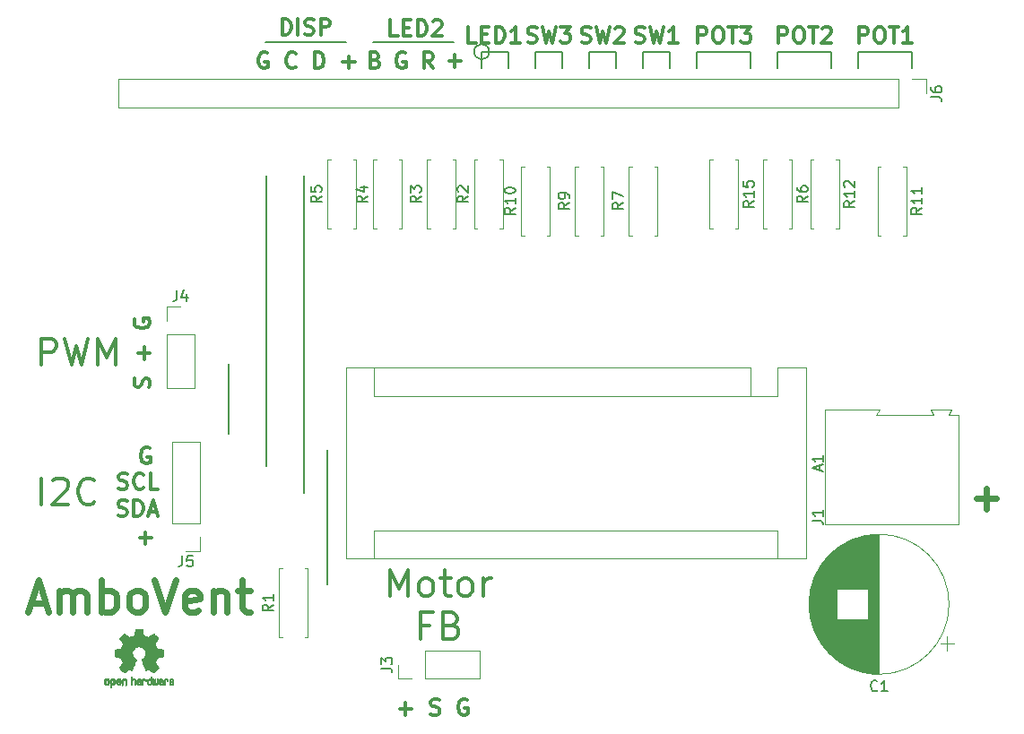
<source format=gbr>
G04 #@! TF.GenerationSoftware,KiCad,Pcbnew,(5.0.1)-3*
G04 #@! TF.CreationDate,2020-04-03T17:54:04+03:00*
G04 #@! TF.ProjectId,respirator-control,72657370697261746F722D636F6E7472,rev?*
G04 #@! TF.SameCoordinates,Original*
G04 #@! TF.FileFunction,Legend,Top*
G04 #@! TF.FilePolarity,Positive*
%FSLAX46Y46*%
G04 Gerber Fmt 4.6, Leading zero omitted, Abs format (unit mm)*
G04 Created by KiCad (PCBNEW (5.0.1)-3) date 4/3/2020 5:54:04 PM*
%MOMM*%
%LPD*%
G01*
G04 APERTURE LIST*
%ADD10C,0.600000*%
%ADD11C,0.200000*%
%ADD12C,0.300000*%
%ADD13C,0.120000*%
%ADD14C,0.010000*%
%ADD15C,0.150000*%
G04 APERTURE END LIST*
D10*
X59000714Y-110990000D02*
X60429285Y-110990000D01*
X58715000Y-111847142D02*
X59715000Y-108847142D01*
X60715000Y-111847142D01*
X61715000Y-111847142D02*
X61715000Y-109847142D01*
X61715000Y-110132857D02*
X61857857Y-109990000D01*
X62143571Y-109847142D01*
X62572142Y-109847142D01*
X62857857Y-109990000D01*
X63000714Y-110275714D01*
X63000714Y-111847142D01*
X63000714Y-110275714D02*
X63143571Y-109990000D01*
X63429285Y-109847142D01*
X63857857Y-109847142D01*
X64143571Y-109990000D01*
X64286428Y-110275714D01*
X64286428Y-111847142D01*
X65715000Y-111847142D02*
X65715000Y-108847142D01*
X65715000Y-109990000D02*
X66000714Y-109847142D01*
X66572142Y-109847142D01*
X66857857Y-109990000D01*
X67000714Y-110132857D01*
X67143571Y-110418571D01*
X67143571Y-111275714D01*
X67000714Y-111561428D01*
X66857857Y-111704285D01*
X66572142Y-111847142D01*
X66000714Y-111847142D01*
X65715000Y-111704285D01*
X68857857Y-111847142D02*
X68572142Y-111704285D01*
X68429285Y-111561428D01*
X68286428Y-111275714D01*
X68286428Y-110418571D01*
X68429285Y-110132857D01*
X68572142Y-109990000D01*
X68857857Y-109847142D01*
X69286428Y-109847142D01*
X69572142Y-109990000D01*
X69715000Y-110132857D01*
X69857857Y-110418571D01*
X69857857Y-111275714D01*
X69715000Y-111561428D01*
X69572142Y-111704285D01*
X69286428Y-111847142D01*
X68857857Y-111847142D01*
X70715000Y-108847142D02*
X71715000Y-111847142D01*
X72715000Y-108847142D01*
X74857857Y-111704285D02*
X74572142Y-111847142D01*
X74000714Y-111847142D01*
X73715000Y-111704285D01*
X73572142Y-111418571D01*
X73572142Y-110275714D01*
X73715000Y-109990000D01*
X74000714Y-109847142D01*
X74572142Y-109847142D01*
X74857857Y-109990000D01*
X75000714Y-110275714D01*
X75000714Y-110561428D01*
X73572142Y-110847142D01*
X76286428Y-109847142D02*
X76286428Y-111847142D01*
X76286428Y-110132857D02*
X76429285Y-109990000D01*
X76715000Y-109847142D01*
X77143571Y-109847142D01*
X77429285Y-109990000D01*
X77572142Y-110275714D01*
X77572142Y-111847142D01*
X78572142Y-109847142D02*
X79715000Y-109847142D01*
X79000714Y-108847142D02*
X79000714Y-111418571D01*
X79143571Y-111704285D01*
X79429285Y-111847142D01*
X79715000Y-111847142D01*
D11*
X86995000Y-96520000D02*
X86995000Y-109220000D01*
D12*
X81340000Y-59067000D02*
X81197142Y-58995571D01*
X80982857Y-58995571D01*
X80768571Y-59067000D01*
X80625714Y-59209857D01*
X80554285Y-59352714D01*
X80482857Y-59638428D01*
X80482857Y-59852714D01*
X80554285Y-60138428D01*
X80625714Y-60281285D01*
X80768571Y-60424142D01*
X80982857Y-60495571D01*
X81125714Y-60495571D01*
X81340000Y-60424142D01*
X81411428Y-60352714D01*
X81411428Y-59852714D01*
X81125714Y-59852714D01*
X84054285Y-60352714D02*
X83982857Y-60424142D01*
X83768571Y-60495571D01*
X83625714Y-60495571D01*
X83411428Y-60424142D01*
X83268571Y-60281285D01*
X83197142Y-60138428D01*
X83125714Y-59852714D01*
X83125714Y-59638428D01*
X83197142Y-59352714D01*
X83268571Y-59209857D01*
X83411428Y-59067000D01*
X83625714Y-58995571D01*
X83768571Y-58995571D01*
X83982857Y-59067000D01*
X84054285Y-59138428D01*
X85840000Y-60495571D02*
X85840000Y-58995571D01*
X86197142Y-58995571D01*
X86411428Y-59067000D01*
X86554285Y-59209857D01*
X86625714Y-59352714D01*
X86697142Y-59638428D01*
X86697142Y-59852714D01*
X86625714Y-60138428D01*
X86554285Y-60281285D01*
X86411428Y-60424142D01*
X86197142Y-60495571D01*
X85840000Y-60495571D01*
X88482857Y-59924142D02*
X89625714Y-59924142D01*
X89054285Y-60495571D02*
X89054285Y-59352714D01*
X82748714Y-57320571D02*
X82748714Y-55820571D01*
X83105857Y-55820571D01*
X83320142Y-55892000D01*
X83463000Y-56034857D01*
X83534428Y-56177714D01*
X83605857Y-56463428D01*
X83605857Y-56677714D01*
X83534428Y-56963428D01*
X83463000Y-57106285D01*
X83320142Y-57249142D01*
X83105857Y-57320571D01*
X82748714Y-57320571D01*
X84248714Y-57320571D02*
X84248714Y-55820571D01*
X84891571Y-57249142D02*
X85105857Y-57320571D01*
X85463000Y-57320571D01*
X85605857Y-57249142D01*
X85677285Y-57177714D01*
X85748714Y-57034857D01*
X85748714Y-56892000D01*
X85677285Y-56749142D01*
X85605857Y-56677714D01*
X85463000Y-56606285D01*
X85177285Y-56534857D01*
X85034428Y-56463428D01*
X84963000Y-56392000D01*
X84891571Y-56249142D01*
X84891571Y-56106285D01*
X84963000Y-55963428D01*
X85034428Y-55892000D01*
X85177285Y-55820571D01*
X85534428Y-55820571D01*
X85748714Y-55892000D01*
X86391571Y-57320571D02*
X86391571Y-55820571D01*
X86963000Y-55820571D01*
X87105857Y-55892000D01*
X87177285Y-55963428D01*
X87248714Y-56106285D01*
X87248714Y-56320571D01*
X87177285Y-56463428D01*
X87105857Y-56534857D01*
X86963000Y-56606285D01*
X86391571Y-56606285D01*
D11*
X88773000Y-58039000D02*
X81153000Y-58039000D01*
D12*
X98488571Y-59797142D02*
X99631428Y-59797142D01*
X99060000Y-60368571D02*
X99060000Y-59225714D01*
X91547142Y-59709857D02*
X91761428Y-59781285D01*
X91832857Y-59852714D01*
X91904285Y-59995571D01*
X91904285Y-60209857D01*
X91832857Y-60352714D01*
X91761428Y-60424142D01*
X91618571Y-60495571D01*
X91047142Y-60495571D01*
X91047142Y-58995571D01*
X91547142Y-58995571D01*
X91690000Y-59067000D01*
X91761428Y-59138428D01*
X91832857Y-59281285D01*
X91832857Y-59424142D01*
X91761428Y-59567000D01*
X91690000Y-59638428D01*
X91547142Y-59709857D01*
X91047142Y-59709857D01*
X94372857Y-59067000D02*
X94230000Y-58995571D01*
X94015714Y-58995571D01*
X93801428Y-59067000D01*
X93658571Y-59209857D01*
X93587142Y-59352714D01*
X93515714Y-59638428D01*
X93515714Y-59852714D01*
X93587142Y-60138428D01*
X93658571Y-60281285D01*
X93801428Y-60424142D01*
X94015714Y-60495571D01*
X94158571Y-60495571D01*
X94372857Y-60424142D01*
X94444285Y-60352714D01*
X94444285Y-59852714D01*
X94158571Y-59852714D01*
X96984285Y-60495571D02*
X96484285Y-59781285D01*
X96127142Y-60495571D02*
X96127142Y-58995571D01*
X96698571Y-58995571D01*
X96841428Y-59067000D01*
X96912857Y-59138428D01*
X96984285Y-59281285D01*
X96984285Y-59495571D01*
X96912857Y-59638428D01*
X96841428Y-59709857D01*
X96698571Y-59781285D01*
X96127142Y-59781285D01*
X93698428Y-57447571D02*
X92984142Y-57447571D01*
X92984142Y-55947571D01*
X94198428Y-56661857D02*
X94698428Y-56661857D01*
X94912714Y-57447571D02*
X94198428Y-57447571D01*
X94198428Y-55947571D01*
X94912714Y-55947571D01*
X95555571Y-57447571D02*
X95555571Y-55947571D01*
X95912714Y-55947571D01*
X96127000Y-56019000D01*
X96269857Y-56161857D01*
X96341285Y-56304714D01*
X96412714Y-56590428D01*
X96412714Y-56804714D01*
X96341285Y-57090428D01*
X96269857Y-57233285D01*
X96127000Y-57376142D01*
X95912714Y-57447571D01*
X95555571Y-57447571D01*
X96984142Y-56090428D02*
X97055571Y-56019000D01*
X97198428Y-55947571D01*
X97555571Y-55947571D01*
X97698428Y-56019000D01*
X97769857Y-56090428D01*
X97841285Y-56233285D01*
X97841285Y-56376142D01*
X97769857Y-56590428D01*
X96912714Y-57447571D01*
X97841285Y-57447571D01*
D11*
X98933000Y-58039000D02*
X91313000Y-58039000D01*
X102318420Y-58928000D02*
G75*
G03X102318420Y-58928000I-718420J0D01*
G01*
D12*
X101064428Y-58082571D02*
X100350142Y-58082571D01*
X100350142Y-56582571D01*
X101564428Y-57296857D02*
X102064428Y-57296857D01*
X102278714Y-58082571D02*
X101564428Y-58082571D01*
X101564428Y-56582571D01*
X102278714Y-56582571D01*
X102921571Y-58082571D02*
X102921571Y-56582571D01*
X103278714Y-56582571D01*
X103493000Y-56654000D01*
X103635857Y-56796857D01*
X103707285Y-56939714D01*
X103778714Y-57225428D01*
X103778714Y-57439714D01*
X103707285Y-57725428D01*
X103635857Y-57868285D01*
X103493000Y-58011142D01*
X103278714Y-58082571D01*
X102921571Y-58082571D01*
X105207285Y-58082571D02*
X104350142Y-58082571D01*
X104778714Y-58082571D02*
X104778714Y-56582571D01*
X104635857Y-56796857D01*
X104493000Y-56939714D01*
X104350142Y-57011142D01*
D11*
X101600000Y-58928000D02*
X101600000Y-60452000D01*
X104140000Y-58928000D02*
X101600000Y-58928000D01*
X104140000Y-60452000D02*
X104140000Y-58928000D01*
D12*
X105950000Y-58011142D02*
X106164285Y-58082571D01*
X106521428Y-58082571D01*
X106664285Y-58011142D01*
X106735714Y-57939714D01*
X106807142Y-57796857D01*
X106807142Y-57654000D01*
X106735714Y-57511142D01*
X106664285Y-57439714D01*
X106521428Y-57368285D01*
X106235714Y-57296857D01*
X106092857Y-57225428D01*
X106021428Y-57154000D01*
X105950000Y-57011142D01*
X105950000Y-56868285D01*
X106021428Y-56725428D01*
X106092857Y-56654000D01*
X106235714Y-56582571D01*
X106592857Y-56582571D01*
X106807142Y-56654000D01*
X107307142Y-56582571D02*
X107664285Y-58082571D01*
X107950000Y-57011142D01*
X108235714Y-58082571D01*
X108592857Y-56582571D01*
X109021428Y-56582571D02*
X109950000Y-56582571D01*
X109450000Y-57154000D01*
X109664285Y-57154000D01*
X109807142Y-57225428D01*
X109878571Y-57296857D01*
X109950000Y-57439714D01*
X109950000Y-57796857D01*
X109878571Y-57939714D01*
X109807142Y-58011142D01*
X109664285Y-58082571D01*
X109235714Y-58082571D01*
X109092857Y-58011142D01*
X109021428Y-57939714D01*
X111030000Y-58011142D02*
X111244285Y-58082571D01*
X111601428Y-58082571D01*
X111744285Y-58011142D01*
X111815714Y-57939714D01*
X111887142Y-57796857D01*
X111887142Y-57654000D01*
X111815714Y-57511142D01*
X111744285Y-57439714D01*
X111601428Y-57368285D01*
X111315714Y-57296857D01*
X111172857Y-57225428D01*
X111101428Y-57154000D01*
X111030000Y-57011142D01*
X111030000Y-56868285D01*
X111101428Y-56725428D01*
X111172857Y-56654000D01*
X111315714Y-56582571D01*
X111672857Y-56582571D01*
X111887142Y-56654000D01*
X112387142Y-56582571D02*
X112744285Y-58082571D01*
X113030000Y-57011142D01*
X113315714Y-58082571D01*
X113672857Y-56582571D01*
X114172857Y-56725428D02*
X114244285Y-56654000D01*
X114387142Y-56582571D01*
X114744285Y-56582571D01*
X114887142Y-56654000D01*
X114958571Y-56725428D01*
X115030000Y-56868285D01*
X115030000Y-57011142D01*
X114958571Y-57225428D01*
X114101428Y-58082571D01*
X115030000Y-58082571D01*
X116110000Y-58011142D02*
X116324285Y-58082571D01*
X116681428Y-58082571D01*
X116824285Y-58011142D01*
X116895714Y-57939714D01*
X116967142Y-57796857D01*
X116967142Y-57654000D01*
X116895714Y-57511142D01*
X116824285Y-57439714D01*
X116681428Y-57368285D01*
X116395714Y-57296857D01*
X116252857Y-57225428D01*
X116181428Y-57154000D01*
X116110000Y-57011142D01*
X116110000Y-56868285D01*
X116181428Y-56725428D01*
X116252857Y-56654000D01*
X116395714Y-56582571D01*
X116752857Y-56582571D01*
X116967142Y-56654000D01*
X117467142Y-56582571D02*
X117824285Y-58082571D01*
X118110000Y-57011142D01*
X118395714Y-58082571D01*
X118752857Y-56582571D01*
X120110000Y-58082571D02*
X119252857Y-58082571D01*
X119681428Y-58082571D02*
X119681428Y-56582571D01*
X119538571Y-56796857D01*
X119395714Y-56939714D01*
X119252857Y-57011142D01*
D11*
X106680000Y-58928000D02*
X106680000Y-60452000D01*
X109220000Y-58928000D02*
X106680000Y-58928000D01*
X109220000Y-60452000D02*
X109220000Y-58928000D01*
X111760000Y-58928000D02*
X111760000Y-60452000D01*
X114300000Y-58928000D02*
X111760000Y-58928000D01*
X114300000Y-60452000D02*
X114300000Y-58928000D01*
X116840000Y-58928000D02*
X116840000Y-60452000D01*
X119380000Y-58928000D02*
X116840000Y-58928000D01*
X119380000Y-60452000D02*
X119380000Y-58928000D01*
D12*
X121995714Y-58082571D02*
X121995714Y-56582571D01*
X122567142Y-56582571D01*
X122710000Y-56654000D01*
X122781428Y-56725428D01*
X122852857Y-56868285D01*
X122852857Y-57082571D01*
X122781428Y-57225428D01*
X122710000Y-57296857D01*
X122567142Y-57368285D01*
X121995714Y-57368285D01*
X123781428Y-56582571D02*
X124067142Y-56582571D01*
X124210000Y-56654000D01*
X124352857Y-56796857D01*
X124424285Y-57082571D01*
X124424285Y-57582571D01*
X124352857Y-57868285D01*
X124210000Y-58011142D01*
X124067142Y-58082571D01*
X123781428Y-58082571D01*
X123638571Y-58011142D01*
X123495714Y-57868285D01*
X123424285Y-57582571D01*
X123424285Y-57082571D01*
X123495714Y-56796857D01*
X123638571Y-56654000D01*
X123781428Y-56582571D01*
X124852857Y-56582571D02*
X125710000Y-56582571D01*
X125281428Y-58082571D02*
X125281428Y-56582571D01*
X126067142Y-56582571D02*
X126995714Y-56582571D01*
X126495714Y-57154000D01*
X126710000Y-57154000D01*
X126852857Y-57225428D01*
X126924285Y-57296857D01*
X126995714Y-57439714D01*
X126995714Y-57796857D01*
X126924285Y-57939714D01*
X126852857Y-58011142D01*
X126710000Y-58082571D01*
X126281428Y-58082571D01*
X126138571Y-58011142D01*
X126067142Y-57939714D01*
X129615714Y-58082571D02*
X129615714Y-56582571D01*
X130187142Y-56582571D01*
X130330000Y-56654000D01*
X130401428Y-56725428D01*
X130472857Y-56868285D01*
X130472857Y-57082571D01*
X130401428Y-57225428D01*
X130330000Y-57296857D01*
X130187142Y-57368285D01*
X129615714Y-57368285D01*
X131401428Y-56582571D02*
X131687142Y-56582571D01*
X131830000Y-56654000D01*
X131972857Y-56796857D01*
X132044285Y-57082571D01*
X132044285Y-57582571D01*
X131972857Y-57868285D01*
X131830000Y-58011142D01*
X131687142Y-58082571D01*
X131401428Y-58082571D01*
X131258571Y-58011142D01*
X131115714Y-57868285D01*
X131044285Y-57582571D01*
X131044285Y-57082571D01*
X131115714Y-56796857D01*
X131258571Y-56654000D01*
X131401428Y-56582571D01*
X132472857Y-56582571D02*
X133330000Y-56582571D01*
X132901428Y-58082571D02*
X132901428Y-56582571D01*
X133758571Y-56725428D02*
X133830000Y-56654000D01*
X133972857Y-56582571D01*
X134330000Y-56582571D01*
X134472857Y-56654000D01*
X134544285Y-56725428D01*
X134615714Y-56868285D01*
X134615714Y-57011142D01*
X134544285Y-57225428D01*
X133687142Y-58082571D01*
X134615714Y-58082571D01*
X137235714Y-58082571D02*
X137235714Y-56582571D01*
X137807142Y-56582571D01*
X137950000Y-56654000D01*
X138021428Y-56725428D01*
X138092857Y-56868285D01*
X138092857Y-57082571D01*
X138021428Y-57225428D01*
X137950000Y-57296857D01*
X137807142Y-57368285D01*
X137235714Y-57368285D01*
X139021428Y-56582571D02*
X139307142Y-56582571D01*
X139450000Y-56654000D01*
X139592857Y-56796857D01*
X139664285Y-57082571D01*
X139664285Y-57582571D01*
X139592857Y-57868285D01*
X139450000Y-58011142D01*
X139307142Y-58082571D01*
X139021428Y-58082571D01*
X138878571Y-58011142D01*
X138735714Y-57868285D01*
X138664285Y-57582571D01*
X138664285Y-57082571D01*
X138735714Y-56796857D01*
X138878571Y-56654000D01*
X139021428Y-56582571D01*
X140092857Y-56582571D02*
X140950000Y-56582571D01*
X140521428Y-58082571D02*
X140521428Y-56582571D01*
X142235714Y-58082571D02*
X141378571Y-58082571D01*
X141807142Y-58082571D02*
X141807142Y-56582571D01*
X141664285Y-56796857D01*
X141521428Y-56939714D01*
X141378571Y-57011142D01*
D11*
X121920000Y-58928000D02*
X121920000Y-60452000D01*
X127000000Y-58928000D02*
X121920000Y-58928000D01*
X127000000Y-60452000D02*
X127000000Y-58928000D01*
X129540000Y-58928000D02*
X129540000Y-60452000D01*
X134620000Y-58928000D02*
X129540000Y-58928000D01*
X134620000Y-60452000D02*
X134620000Y-58928000D01*
X142240000Y-58928000D02*
X142240000Y-60452000D01*
X137160000Y-58928000D02*
X142240000Y-58928000D01*
X137160000Y-60452000D02*
X137160000Y-58928000D01*
D10*
X148272619Y-101143571D02*
X150177380Y-101143571D01*
X149225000Y-102095952D02*
X149225000Y-100191190D01*
D12*
X70242857Y-96405000D02*
X70100000Y-96333571D01*
X69885714Y-96333571D01*
X69671428Y-96405000D01*
X69528571Y-96547857D01*
X69457142Y-96690714D01*
X69385714Y-96976428D01*
X69385714Y-97190714D01*
X69457142Y-97476428D01*
X69528571Y-97619285D01*
X69671428Y-97762142D01*
X69885714Y-97833571D01*
X70028571Y-97833571D01*
X70242857Y-97762142D01*
X70314285Y-97690714D01*
X70314285Y-97190714D01*
X70028571Y-97190714D01*
X67302285Y-100175142D02*
X67516571Y-100246571D01*
X67873714Y-100246571D01*
X68016571Y-100175142D01*
X68088000Y-100103714D01*
X68159428Y-99960857D01*
X68159428Y-99818000D01*
X68088000Y-99675142D01*
X68016571Y-99603714D01*
X67873714Y-99532285D01*
X67588000Y-99460857D01*
X67445142Y-99389428D01*
X67373714Y-99318000D01*
X67302285Y-99175142D01*
X67302285Y-99032285D01*
X67373714Y-98889428D01*
X67445142Y-98818000D01*
X67588000Y-98746571D01*
X67945142Y-98746571D01*
X68159428Y-98818000D01*
X69659428Y-100103714D02*
X69588000Y-100175142D01*
X69373714Y-100246571D01*
X69230857Y-100246571D01*
X69016571Y-100175142D01*
X68873714Y-100032285D01*
X68802285Y-99889428D01*
X68730857Y-99603714D01*
X68730857Y-99389428D01*
X68802285Y-99103714D01*
X68873714Y-98960857D01*
X69016571Y-98818000D01*
X69230857Y-98746571D01*
X69373714Y-98746571D01*
X69588000Y-98818000D01*
X69659428Y-98889428D01*
X71016571Y-100246571D02*
X70302285Y-100246571D01*
X70302285Y-98746571D01*
X67266571Y-102715142D02*
X67480857Y-102786571D01*
X67838000Y-102786571D01*
X67980857Y-102715142D01*
X68052285Y-102643714D01*
X68123714Y-102500857D01*
X68123714Y-102358000D01*
X68052285Y-102215142D01*
X67980857Y-102143714D01*
X67838000Y-102072285D01*
X67552285Y-102000857D01*
X67409428Y-101929428D01*
X67338000Y-101858000D01*
X67266571Y-101715142D01*
X67266571Y-101572285D01*
X67338000Y-101429428D01*
X67409428Y-101358000D01*
X67552285Y-101286571D01*
X67909428Y-101286571D01*
X68123714Y-101358000D01*
X68766571Y-102786571D02*
X68766571Y-101286571D01*
X69123714Y-101286571D01*
X69338000Y-101358000D01*
X69480857Y-101500857D01*
X69552285Y-101643714D01*
X69623714Y-101929428D01*
X69623714Y-102143714D01*
X69552285Y-102429428D01*
X69480857Y-102572285D01*
X69338000Y-102715142D01*
X69123714Y-102786571D01*
X68766571Y-102786571D01*
X70195142Y-102358000D02*
X70909428Y-102358000D01*
X70052285Y-102786571D02*
X70552285Y-101286571D01*
X71052285Y-102786571D01*
X69278571Y-104882142D02*
X70421428Y-104882142D01*
X69850000Y-105453571D02*
X69850000Y-104310714D01*
X60043523Y-101714952D02*
X60043523Y-99214952D01*
X61114952Y-99453047D02*
X61234000Y-99334000D01*
X61472095Y-99214952D01*
X62067333Y-99214952D01*
X62305428Y-99334000D01*
X62424476Y-99453047D01*
X62543523Y-99691142D01*
X62543523Y-99929238D01*
X62424476Y-100286380D01*
X60995904Y-101714952D01*
X62543523Y-101714952D01*
X65043523Y-101476857D02*
X64924476Y-101595904D01*
X64567333Y-101714952D01*
X64329238Y-101714952D01*
X63972095Y-101595904D01*
X63734000Y-101357809D01*
X63614952Y-101119714D01*
X63495904Y-100643523D01*
X63495904Y-100286380D01*
X63614952Y-99810190D01*
X63734000Y-99572095D01*
X63972095Y-99334000D01*
X64329238Y-99214952D01*
X64567333Y-99214952D01*
X64924476Y-99334000D01*
X65043523Y-99453047D01*
X70203142Y-90626000D02*
X70274571Y-90411714D01*
X70274571Y-90054571D01*
X70203142Y-89911714D01*
X70131714Y-89840285D01*
X69988857Y-89768857D01*
X69846000Y-89768857D01*
X69703142Y-89840285D01*
X69631714Y-89911714D01*
X69560285Y-90054571D01*
X69488857Y-90340285D01*
X69417428Y-90483142D01*
X69346000Y-90554571D01*
X69203142Y-90626000D01*
X69060285Y-90626000D01*
X68917428Y-90554571D01*
X68846000Y-90483142D01*
X68774571Y-90340285D01*
X68774571Y-89983142D01*
X68846000Y-89768857D01*
X69703142Y-87983142D02*
X69703142Y-86840285D01*
X70274571Y-87411714D02*
X69131714Y-87411714D01*
X68846000Y-84197428D02*
X68774571Y-84340285D01*
X68774571Y-84554571D01*
X68846000Y-84768857D01*
X68988857Y-84911714D01*
X69131714Y-84983142D01*
X69417428Y-85054571D01*
X69631714Y-85054571D01*
X69917428Y-84983142D01*
X70060285Y-84911714D01*
X70203142Y-84768857D01*
X70274571Y-84554571D01*
X70274571Y-84411714D01*
X70203142Y-84197428D01*
X70131714Y-84126000D01*
X69631714Y-84126000D01*
X69631714Y-84411714D01*
X59988095Y-88506952D02*
X59988095Y-86006952D01*
X60940476Y-86006952D01*
X61178571Y-86126000D01*
X61297619Y-86245047D01*
X61416666Y-86483142D01*
X61416666Y-86840285D01*
X61297619Y-87078380D01*
X61178571Y-87197428D01*
X60940476Y-87316476D01*
X59988095Y-87316476D01*
X62250000Y-86006952D02*
X62845238Y-88506952D01*
X63321428Y-86721238D01*
X63797619Y-88506952D01*
X64392857Y-86006952D01*
X65345238Y-88506952D02*
X65345238Y-86006952D01*
X66178571Y-87792666D01*
X67011904Y-86006952D01*
X67011904Y-88506952D01*
X93849428Y-121011142D02*
X94992285Y-121011142D01*
X94420857Y-121582571D02*
X94420857Y-120439714D01*
X96778000Y-121511142D02*
X96992285Y-121582571D01*
X97349428Y-121582571D01*
X97492285Y-121511142D01*
X97563714Y-121439714D01*
X97635142Y-121296857D01*
X97635142Y-121154000D01*
X97563714Y-121011142D01*
X97492285Y-120939714D01*
X97349428Y-120868285D01*
X97063714Y-120796857D01*
X96920857Y-120725428D01*
X96849428Y-120654000D01*
X96778000Y-120511142D01*
X96778000Y-120368285D01*
X96849428Y-120225428D01*
X96920857Y-120154000D01*
X97063714Y-120082571D01*
X97420857Y-120082571D01*
X97635142Y-120154000D01*
X100206571Y-120154000D02*
X100063714Y-120082571D01*
X99849428Y-120082571D01*
X99635142Y-120154000D01*
X99492285Y-120296857D01*
X99420857Y-120439714D01*
X99349428Y-120725428D01*
X99349428Y-120939714D01*
X99420857Y-121225428D01*
X99492285Y-121368285D01*
X99635142Y-121511142D01*
X99849428Y-121582571D01*
X99992285Y-121582571D01*
X100206571Y-121511142D01*
X100278000Y-121439714D01*
X100278000Y-120939714D01*
X99992285Y-120939714D01*
X92952666Y-110357952D02*
X92952666Y-107857952D01*
X93786000Y-109643666D01*
X94619333Y-107857952D01*
X94619333Y-110357952D01*
X96166952Y-110357952D02*
X95928857Y-110238904D01*
X95809809Y-110119857D01*
X95690761Y-109881761D01*
X95690761Y-109167476D01*
X95809809Y-108929380D01*
X95928857Y-108810333D01*
X96166952Y-108691285D01*
X96524095Y-108691285D01*
X96762190Y-108810333D01*
X96881238Y-108929380D01*
X97000285Y-109167476D01*
X97000285Y-109881761D01*
X96881238Y-110119857D01*
X96762190Y-110238904D01*
X96524095Y-110357952D01*
X96166952Y-110357952D01*
X97714571Y-108691285D02*
X98666952Y-108691285D01*
X98071714Y-107857952D02*
X98071714Y-110000809D01*
X98190761Y-110238904D01*
X98428857Y-110357952D01*
X98666952Y-110357952D01*
X99857428Y-110357952D02*
X99619333Y-110238904D01*
X99500285Y-110119857D01*
X99381238Y-109881761D01*
X99381238Y-109167476D01*
X99500285Y-108929380D01*
X99619333Y-108810333D01*
X99857428Y-108691285D01*
X100214571Y-108691285D01*
X100452666Y-108810333D01*
X100571714Y-108929380D01*
X100690761Y-109167476D01*
X100690761Y-109881761D01*
X100571714Y-110119857D01*
X100452666Y-110238904D01*
X100214571Y-110357952D01*
X99857428Y-110357952D01*
X101762190Y-110357952D02*
X101762190Y-108691285D01*
X101762190Y-109167476D02*
X101881238Y-108929380D01*
X102000285Y-108810333D01*
X102238380Y-108691285D01*
X102476476Y-108691285D01*
X96643142Y-113098428D02*
X95809809Y-113098428D01*
X95809809Y-114407952D02*
X95809809Y-111907952D01*
X97000285Y-111907952D01*
X98786000Y-113098428D02*
X99143142Y-113217476D01*
X99262190Y-113336523D01*
X99381238Y-113574619D01*
X99381238Y-113931761D01*
X99262190Y-114169857D01*
X99143142Y-114288904D01*
X98905047Y-114407952D01*
X97952666Y-114407952D01*
X97952666Y-111907952D01*
X98786000Y-111907952D01*
X99024095Y-112027000D01*
X99143142Y-112146047D01*
X99262190Y-112384142D01*
X99262190Y-112622238D01*
X99143142Y-112860333D01*
X99024095Y-112979380D01*
X98786000Y-113098428D01*
X97952666Y-113098428D01*
D11*
X77724000Y-88392000D02*
X77724000Y-94996000D01*
X84836000Y-70612000D02*
X84836000Y-100584000D01*
X81280000Y-70612000D02*
X81280000Y-98044000D01*
D13*
G04 #@! TO.C,J1*
X134035000Y-103615000D02*
X146635000Y-103615000D01*
X146635000Y-103615000D02*
X146635000Y-93265000D01*
X146635000Y-93265000D02*
X145685000Y-93265000D01*
X145685000Y-93265000D02*
X145935000Y-92765000D01*
X145935000Y-92765000D02*
X144035000Y-92765000D01*
X144035000Y-92765000D02*
X143985000Y-92765000D01*
X143985000Y-92765000D02*
X144235000Y-93265000D01*
X144235000Y-93265000D02*
X138835000Y-93265000D01*
X138835000Y-93265000D02*
X139135000Y-92765000D01*
X139135000Y-92765000D02*
X134035000Y-92765000D01*
X134035000Y-92765000D02*
X134035000Y-103615000D01*
G04 #@! TO.C,A1*
X127000000Y-91440000D02*
X129540000Y-91440000D01*
X129540000Y-91440000D02*
X129540000Y-88770000D01*
X127000000Y-88770000D02*
X88770000Y-88770000D01*
X132210000Y-88770000D02*
X129540000Y-88770000D01*
X129540000Y-104140000D02*
X129540000Y-106810000D01*
X129540000Y-104140000D02*
X91440000Y-104140000D01*
X91440000Y-104140000D02*
X91440000Y-106810000D01*
X127000000Y-91440000D02*
X127000000Y-88770000D01*
X127000000Y-91440000D02*
X91440000Y-91440000D01*
X91440000Y-91440000D02*
X91440000Y-88770000D01*
X88770000Y-88770000D02*
X88770000Y-106810000D01*
X88770000Y-106810000D02*
X132210000Y-106810000D01*
X132210000Y-106810000D02*
X132210000Y-88770000D01*
G04 #@! TO.C,C1*
X145725000Y-111125000D02*
G75*
G03X145725000Y-111125000I-6620000J0D01*
G01*
X139105000Y-117705000D02*
X139105000Y-104545000D01*
X139065000Y-117705000D02*
X139065000Y-104545000D01*
X139025000Y-117705000D02*
X139025000Y-104545000D01*
X138985000Y-117704000D02*
X138985000Y-104546000D01*
X138945000Y-117704000D02*
X138945000Y-104546000D01*
X138905000Y-117702000D02*
X138905000Y-104548000D01*
X138865000Y-117701000D02*
X138865000Y-104549000D01*
X138825000Y-117700000D02*
X138825000Y-104550000D01*
X138785000Y-117698000D02*
X138785000Y-104552000D01*
X138745000Y-117696000D02*
X138745000Y-104554000D01*
X138705000Y-117693000D02*
X138705000Y-104557000D01*
X138665000Y-117691000D02*
X138665000Y-104559000D01*
X138625000Y-117688000D02*
X138625000Y-104562000D01*
X138585000Y-117685000D02*
X138585000Y-104565000D01*
X138545000Y-117682000D02*
X138545000Y-104568000D01*
X138505000Y-117678000D02*
X138505000Y-104572000D01*
X138465000Y-117674000D02*
X138465000Y-104576000D01*
X138425000Y-117670000D02*
X138425000Y-104580000D01*
X138384000Y-117666000D02*
X138384000Y-104584000D01*
X138344000Y-117662000D02*
X138344000Y-104588000D01*
X138304000Y-117657000D02*
X138304000Y-104593000D01*
X138264000Y-117652000D02*
X138264000Y-104598000D01*
X138224000Y-117647000D02*
X138224000Y-104603000D01*
X138184000Y-117641000D02*
X138184000Y-104609000D01*
X138144000Y-117636000D02*
X138144000Y-104614000D01*
X138104000Y-117630000D02*
X138104000Y-104620000D01*
X138064000Y-117623000D02*
X138064000Y-104627000D01*
X138024000Y-117617000D02*
X138024000Y-112565000D01*
X138024000Y-109685000D02*
X138024000Y-104633000D01*
X137984000Y-117610000D02*
X137984000Y-112565000D01*
X137984000Y-109685000D02*
X137984000Y-104640000D01*
X137944000Y-117603000D02*
X137944000Y-112565000D01*
X137944000Y-109685000D02*
X137944000Y-104647000D01*
X137904000Y-117596000D02*
X137904000Y-112565000D01*
X137904000Y-109685000D02*
X137904000Y-104654000D01*
X137864000Y-117588000D02*
X137864000Y-112565000D01*
X137864000Y-109685000D02*
X137864000Y-104662000D01*
X137824000Y-117581000D02*
X137824000Y-112565000D01*
X137824000Y-109685000D02*
X137824000Y-104669000D01*
X137784000Y-117573000D02*
X137784000Y-112565000D01*
X137784000Y-109685000D02*
X137784000Y-104677000D01*
X137744000Y-117564000D02*
X137744000Y-112565000D01*
X137744000Y-109685000D02*
X137744000Y-104686000D01*
X137704000Y-117556000D02*
X137704000Y-112565000D01*
X137704000Y-109685000D02*
X137704000Y-104694000D01*
X137664000Y-117547000D02*
X137664000Y-112565000D01*
X137664000Y-109685000D02*
X137664000Y-104703000D01*
X137624000Y-117538000D02*
X137624000Y-112565000D01*
X137624000Y-109685000D02*
X137624000Y-104712000D01*
X137584000Y-117529000D02*
X137584000Y-112565000D01*
X137584000Y-109685000D02*
X137584000Y-104721000D01*
X137544000Y-117519000D02*
X137544000Y-112565000D01*
X137544000Y-109685000D02*
X137544000Y-104731000D01*
X137504000Y-117509000D02*
X137504000Y-112565000D01*
X137504000Y-109685000D02*
X137504000Y-104741000D01*
X137464000Y-117499000D02*
X137464000Y-112565000D01*
X137464000Y-109685000D02*
X137464000Y-104751000D01*
X137424000Y-117489000D02*
X137424000Y-112565000D01*
X137424000Y-109685000D02*
X137424000Y-104761000D01*
X137384000Y-117478000D02*
X137384000Y-112565000D01*
X137384000Y-109685000D02*
X137384000Y-104772000D01*
X137344000Y-117467000D02*
X137344000Y-112565000D01*
X137344000Y-109685000D02*
X137344000Y-104783000D01*
X137304000Y-117456000D02*
X137304000Y-112565000D01*
X137304000Y-109685000D02*
X137304000Y-104794000D01*
X137264000Y-117445000D02*
X137264000Y-112565000D01*
X137264000Y-109685000D02*
X137264000Y-104805000D01*
X137224000Y-117433000D02*
X137224000Y-112565000D01*
X137224000Y-109685000D02*
X137224000Y-104817000D01*
X137184000Y-117421000D02*
X137184000Y-112565000D01*
X137184000Y-109685000D02*
X137184000Y-104829000D01*
X137144000Y-117409000D02*
X137144000Y-112565000D01*
X137144000Y-109685000D02*
X137144000Y-104841000D01*
X137104000Y-117396000D02*
X137104000Y-112565000D01*
X137104000Y-109685000D02*
X137104000Y-104854000D01*
X137064000Y-117383000D02*
X137064000Y-112565000D01*
X137064000Y-109685000D02*
X137064000Y-104867000D01*
X137024000Y-117370000D02*
X137024000Y-112565000D01*
X137024000Y-109685000D02*
X137024000Y-104880000D01*
X136984000Y-117357000D02*
X136984000Y-112565000D01*
X136984000Y-109685000D02*
X136984000Y-104893000D01*
X136944000Y-117343000D02*
X136944000Y-112565000D01*
X136944000Y-109685000D02*
X136944000Y-104907000D01*
X136904000Y-117329000D02*
X136904000Y-112565000D01*
X136904000Y-109685000D02*
X136904000Y-104921000D01*
X136864000Y-117315000D02*
X136864000Y-112565000D01*
X136864000Y-109685000D02*
X136864000Y-104935000D01*
X136824000Y-117300000D02*
X136824000Y-112565000D01*
X136824000Y-109685000D02*
X136824000Y-104950000D01*
X136784000Y-117286000D02*
X136784000Y-112565000D01*
X136784000Y-109685000D02*
X136784000Y-104964000D01*
X136744000Y-117271000D02*
X136744000Y-112565000D01*
X136744000Y-109685000D02*
X136744000Y-104979000D01*
X136704000Y-117255000D02*
X136704000Y-112565000D01*
X136704000Y-109685000D02*
X136704000Y-104995000D01*
X136664000Y-117239000D02*
X136664000Y-112565000D01*
X136664000Y-109685000D02*
X136664000Y-105011000D01*
X136624000Y-117223000D02*
X136624000Y-112565000D01*
X136624000Y-109685000D02*
X136624000Y-105027000D01*
X136584000Y-117207000D02*
X136584000Y-112565000D01*
X136584000Y-109685000D02*
X136584000Y-105043000D01*
X136544000Y-117190000D02*
X136544000Y-112565000D01*
X136544000Y-109685000D02*
X136544000Y-105060000D01*
X136504000Y-117174000D02*
X136504000Y-112565000D01*
X136504000Y-109685000D02*
X136504000Y-105076000D01*
X136464000Y-117156000D02*
X136464000Y-112565000D01*
X136464000Y-109685000D02*
X136464000Y-105094000D01*
X136424000Y-117139000D02*
X136424000Y-112565000D01*
X136424000Y-109685000D02*
X136424000Y-105111000D01*
X136384000Y-117121000D02*
X136384000Y-112565000D01*
X136384000Y-109685000D02*
X136384000Y-105129000D01*
X136344000Y-117103000D02*
X136344000Y-112565000D01*
X136344000Y-109685000D02*
X136344000Y-105147000D01*
X136304000Y-117084000D02*
X136304000Y-112565000D01*
X136304000Y-109685000D02*
X136304000Y-105166000D01*
X136264000Y-117065000D02*
X136264000Y-112565000D01*
X136264000Y-109685000D02*
X136264000Y-105185000D01*
X136224000Y-117046000D02*
X136224000Y-112565000D01*
X136224000Y-109685000D02*
X136224000Y-105204000D01*
X136184000Y-117027000D02*
X136184000Y-112565000D01*
X136184000Y-109685000D02*
X136184000Y-105223000D01*
X136144000Y-117007000D02*
X136144000Y-112565000D01*
X136144000Y-109685000D02*
X136144000Y-105243000D01*
X136104000Y-116987000D02*
X136104000Y-112565000D01*
X136104000Y-109685000D02*
X136104000Y-105263000D01*
X136064000Y-116966000D02*
X136064000Y-112565000D01*
X136064000Y-109685000D02*
X136064000Y-105284000D01*
X136024000Y-116945000D02*
X136024000Y-112565000D01*
X136024000Y-109685000D02*
X136024000Y-105305000D01*
X135984000Y-116924000D02*
X135984000Y-112565000D01*
X135984000Y-109685000D02*
X135984000Y-105326000D01*
X135944000Y-116903000D02*
X135944000Y-112565000D01*
X135944000Y-109685000D02*
X135944000Y-105347000D01*
X135904000Y-116881000D02*
X135904000Y-112565000D01*
X135904000Y-109685000D02*
X135904000Y-105369000D01*
X135864000Y-116858000D02*
X135864000Y-112565000D01*
X135864000Y-109685000D02*
X135864000Y-105392000D01*
X135824000Y-116836000D02*
X135824000Y-112565000D01*
X135824000Y-109685000D02*
X135824000Y-105414000D01*
X135784000Y-116813000D02*
X135784000Y-112565000D01*
X135784000Y-109685000D02*
X135784000Y-105437000D01*
X135744000Y-116789000D02*
X135744000Y-112565000D01*
X135744000Y-109685000D02*
X135744000Y-105461000D01*
X135704000Y-116766000D02*
X135704000Y-112565000D01*
X135704000Y-109685000D02*
X135704000Y-105484000D01*
X135664000Y-116742000D02*
X135664000Y-112565000D01*
X135664000Y-109685000D02*
X135664000Y-105508000D01*
X135624000Y-116717000D02*
X135624000Y-112565000D01*
X135624000Y-109685000D02*
X135624000Y-105533000D01*
X135584000Y-116692000D02*
X135584000Y-112565000D01*
X135584000Y-109685000D02*
X135584000Y-105558000D01*
X135544000Y-116667000D02*
X135544000Y-112565000D01*
X135544000Y-109685000D02*
X135544000Y-105583000D01*
X135504000Y-116641000D02*
X135504000Y-112565000D01*
X135504000Y-109685000D02*
X135504000Y-105609000D01*
X135464000Y-116615000D02*
X135464000Y-112565000D01*
X135464000Y-109685000D02*
X135464000Y-105635000D01*
X135424000Y-116588000D02*
X135424000Y-112565000D01*
X135424000Y-109685000D02*
X135424000Y-105662000D01*
X135384000Y-116561000D02*
X135384000Y-112565000D01*
X135384000Y-109685000D02*
X135384000Y-105689000D01*
X135344000Y-116534000D02*
X135344000Y-112565000D01*
X135344000Y-109685000D02*
X135344000Y-105716000D01*
X135304000Y-116506000D02*
X135304000Y-112565000D01*
X135304000Y-109685000D02*
X135304000Y-105744000D01*
X135264000Y-116478000D02*
X135264000Y-112565000D01*
X135264000Y-109685000D02*
X135264000Y-105772000D01*
X135224000Y-116449000D02*
X135224000Y-112565000D01*
X135224000Y-109685000D02*
X135224000Y-105801000D01*
X135184000Y-116420000D02*
X135184000Y-112565000D01*
X135184000Y-109685000D02*
X135184000Y-105830000D01*
X135144000Y-116390000D02*
X135144000Y-105860000D01*
X135104000Y-116360000D02*
X135104000Y-105890000D01*
X135064000Y-116330000D02*
X135064000Y-105920000D01*
X135024000Y-116299000D02*
X135024000Y-105951000D01*
X134984000Y-116267000D02*
X134984000Y-105983000D01*
X134944000Y-116235000D02*
X134944000Y-106015000D01*
X134904000Y-116203000D02*
X134904000Y-106047000D01*
X134864000Y-116169000D02*
X134864000Y-106081000D01*
X134824000Y-116136000D02*
X134824000Y-106114000D01*
X134784000Y-116102000D02*
X134784000Y-106148000D01*
X134744000Y-116067000D02*
X134744000Y-106183000D01*
X134704000Y-116032000D02*
X134704000Y-106218000D01*
X134664000Y-115996000D02*
X134664000Y-106254000D01*
X134624000Y-115959000D02*
X134624000Y-106291000D01*
X134584000Y-115922000D02*
X134584000Y-106328000D01*
X134544000Y-115885000D02*
X134544000Y-106365000D01*
X134504000Y-115846000D02*
X134504000Y-106404000D01*
X134464000Y-115807000D02*
X134464000Y-106443000D01*
X134424000Y-115768000D02*
X134424000Y-106482000D01*
X134384000Y-115727000D02*
X134384000Y-106523000D01*
X134344000Y-115686000D02*
X134344000Y-106564000D01*
X134304000Y-115644000D02*
X134304000Y-106606000D01*
X134264000Y-115602000D02*
X134264000Y-106648000D01*
X134224000Y-115559000D02*
X134224000Y-106691000D01*
X134184000Y-115515000D02*
X134184000Y-106735000D01*
X134144000Y-115470000D02*
X134144000Y-106780000D01*
X134104000Y-115424000D02*
X134104000Y-106826000D01*
X134064000Y-115378000D02*
X134064000Y-106872000D01*
X134024000Y-115330000D02*
X134024000Y-106920000D01*
X133984000Y-115282000D02*
X133984000Y-106968000D01*
X133944000Y-115233000D02*
X133944000Y-107017000D01*
X133904000Y-115182000D02*
X133904000Y-107068000D01*
X133864000Y-115131000D02*
X133864000Y-107119000D01*
X133824000Y-115079000D02*
X133824000Y-107171000D01*
X133784000Y-115025000D02*
X133784000Y-107225000D01*
X133744000Y-114971000D02*
X133744000Y-107279000D01*
X133704000Y-114915000D02*
X133704000Y-107335000D01*
X133664000Y-114858000D02*
X133664000Y-107392000D01*
X133624000Y-114800000D02*
X133624000Y-107450000D01*
X133584000Y-114740000D02*
X133584000Y-107510000D01*
X133544000Y-114679000D02*
X133544000Y-107571000D01*
X133504000Y-114616000D02*
X133504000Y-107634000D01*
X133464000Y-114552000D02*
X133464000Y-107698000D01*
X133424000Y-114486000D02*
X133424000Y-107764000D01*
X133384000Y-114418000D02*
X133384000Y-107832000D01*
X133344000Y-114348000D02*
X133344000Y-107902000D01*
X133304000Y-114277000D02*
X133304000Y-107973000D01*
X133264000Y-114203000D02*
X133264000Y-108047000D01*
X133224000Y-114127000D02*
X133224000Y-108123000D01*
X133184000Y-114048000D02*
X133184000Y-108202000D01*
X133144000Y-113967000D02*
X133144000Y-108283000D01*
X133104000Y-113883000D02*
X133104000Y-108367000D01*
X133064000Y-113795000D02*
X133064000Y-108455000D01*
X133024000Y-113704000D02*
X133024000Y-108546000D01*
X132984000Y-113609000D02*
X132984000Y-108641000D01*
X132944000Y-113510000D02*
X132944000Y-108740000D01*
X132904000Y-113406000D02*
X132904000Y-108844000D01*
X132864000Y-113296000D02*
X132864000Y-108954000D01*
X132824000Y-113180000D02*
X132824000Y-109070000D01*
X132784000Y-113056000D02*
X132784000Y-109194000D01*
X132744000Y-112923000D02*
X132744000Y-109327000D01*
X132704000Y-112778000D02*
X132704000Y-109472000D01*
X132664000Y-112619000D02*
X132664000Y-109631000D01*
X132624000Y-112440000D02*
X132624000Y-109810000D01*
X132584000Y-112232000D02*
X132584000Y-110018000D01*
X132544000Y-111975000D02*
X132544000Y-110275000D01*
X132504000Y-111600000D02*
X132504000Y-110650000D01*
X146189569Y-114840000D02*
X144889569Y-114840000D01*
X145539569Y-115490000D02*
X145539569Y-114190000D01*
G04 #@! TO.C,J3*
X93666000Y-118170000D02*
X93666000Y-116840000D01*
X94996000Y-118170000D02*
X93666000Y-118170000D01*
X96266000Y-118170000D02*
X96266000Y-115510000D01*
X96266000Y-115510000D02*
X101406000Y-115510000D01*
X96266000Y-118170000D02*
X101406000Y-118170000D01*
X101406000Y-118170000D02*
X101406000Y-115510000D01*
G04 #@! TO.C,J4*
X71822000Y-90738000D02*
X74482000Y-90738000D01*
X71822000Y-85598000D02*
X71822000Y-90738000D01*
X74482000Y-85598000D02*
X74482000Y-90738000D01*
X71822000Y-85598000D02*
X74482000Y-85598000D01*
X71822000Y-84328000D02*
X71822000Y-82998000D01*
X71822000Y-82998000D02*
X73152000Y-82998000D01*
G04 #@! TO.C,J5*
X74990000Y-95825000D02*
X72330000Y-95825000D01*
X74990000Y-103505000D02*
X74990000Y-95825000D01*
X72330000Y-103505000D02*
X72330000Y-95825000D01*
X74990000Y-103505000D02*
X72330000Y-103505000D01*
X74990000Y-104775000D02*
X74990000Y-106105000D01*
X74990000Y-106105000D02*
X73660000Y-106105000D01*
G04 #@! TO.C,J6*
X67250000Y-61535000D02*
X67250000Y-64195000D01*
X140970000Y-61535000D02*
X67250000Y-61535000D01*
X140970000Y-64195000D02*
X67250000Y-64195000D01*
X140970000Y-61535000D02*
X140970000Y-64195000D01*
X142240000Y-61535000D02*
X143570000Y-61535000D01*
X143570000Y-61535000D02*
X143570000Y-62865000D01*
G04 #@! TO.C,R1*
X82780000Y-114268000D02*
X82450000Y-114268000D01*
X82450000Y-114268000D02*
X82450000Y-107728000D01*
X82450000Y-107728000D02*
X82780000Y-107728000D01*
X84860000Y-114268000D02*
X85190000Y-114268000D01*
X85190000Y-114268000D02*
X85190000Y-107728000D01*
X85190000Y-107728000D02*
X84860000Y-107728000D01*
G04 #@! TO.C,R2*
X101195000Y-75660000D02*
X100865000Y-75660000D01*
X100865000Y-75660000D02*
X100865000Y-69120000D01*
X100865000Y-69120000D02*
X101195000Y-69120000D01*
X103275000Y-75660000D02*
X103605000Y-75660000D01*
X103605000Y-75660000D02*
X103605000Y-69120000D01*
X103605000Y-69120000D02*
X103275000Y-69120000D01*
G04 #@! TO.C,R3*
X99160000Y-69120000D02*
X98830000Y-69120000D01*
X99160000Y-75660000D02*
X99160000Y-69120000D01*
X98830000Y-75660000D02*
X99160000Y-75660000D01*
X96420000Y-69120000D02*
X96750000Y-69120000D01*
X96420000Y-75660000D02*
X96420000Y-69120000D01*
X96750000Y-75660000D02*
X96420000Y-75660000D01*
G04 #@! TO.C,R4*
X91670000Y-75660000D02*
X91340000Y-75660000D01*
X91340000Y-75660000D02*
X91340000Y-69120000D01*
X91340000Y-69120000D02*
X91670000Y-69120000D01*
X93750000Y-75660000D02*
X94080000Y-75660000D01*
X94080000Y-75660000D02*
X94080000Y-69120000D01*
X94080000Y-69120000D02*
X93750000Y-69120000D01*
G04 #@! TO.C,R5*
X89762000Y-69120000D02*
X89432000Y-69120000D01*
X89762000Y-75660000D02*
X89762000Y-69120000D01*
X89432000Y-75660000D02*
X89762000Y-75660000D01*
X87022000Y-69120000D02*
X87352000Y-69120000D01*
X87022000Y-75660000D02*
X87022000Y-69120000D01*
X87352000Y-75660000D02*
X87022000Y-75660000D01*
G04 #@! TO.C,R6*
X128170000Y-75660000D02*
X128500000Y-75660000D01*
X128170000Y-69120000D02*
X128170000Y-75660000D01*
X128500000Y-69120000D02*
X128170000Y-69120000D01*
X130910000Y-75660000D02*
X130580000Y-75660000D01*
X130910000Y-69120000D02*
X130910000Y-75660000D01*
X130580000Y-69120000D02*
X130910000Y-69120000D01*
G04 #@! TO.C,R7*
X115800000Y-76295000D02*
X115470000Y-76295000D01*
X115470000Y-76295000D02*
X115470000Y-69755000D01*
X115470000Y-69755000D02*
X115800000Y-69755000D01*
X117880000Y-76295000D02*
X118210000Y-76295000D01*
X118210000Y-76295000D02*
X118210000Y-69755000D01*
X118210000Y-69755000D02*
X117880000Y-69755000D01*
G04 #@! TO.C,R9*
X110720000Y-76295000D02*
X110390000Y-76295000D01*
X110390000Y-76295000D02*
X110390000Y-69755000D01*
X110390000Y-69755000D02*
X110720000Y-69755000D01*
X112800000Y-76295000D02*
X113130000Y-76295000D01*
X113130000Y-76295000D02*
X113130000Y-69755000D01*
X113130000Y-69755000D02*
X112800000Y-69755000D01*
G04 #@! TO.C,R10*
X108050000Y-69755000D02*
X107720000Y-69755000D01*
X108050000Y-76295000D02*
X108050000Y-69755000D01*
X107720000Y-76295000D02*
X108050000Y-76295000D01*
X105310000Y-69755000D02*
X105640000Y-69755000D01*
X105310000Y-76295000D02*
X105310000Y-69755000D01*
X105640000Y-76295000D02*
X105310000Y-76295000D01*
G04 #@! TO.C,R11*
X141375000Y-69755000D02*
X141705000Y-69755000D01*
X141705000Y-69755000D02*
X141705000Y-76295000D01*
X141705000Y-76295000D02*
X141375000Y-76295000D01*
X139295000Y-69755000D02*
X138965000Y-69755000D01*
X138965000Y-69755000D02*
X138965000Y-76295000D01*
X138965000Y-76295000D02*
X139295000Y-76295000D01*
G04 #@! TO.C,R12*
X132615000Y-75660000D02*
X132945000Y-75660000D01*
X132615000Y-69120000D02*
X132615000Y-75660000D01*
X132945000Y-69120000D02*
X132615000Y-69120000D01*
X135355000Y-75660000D02*
X135025000Y-75660000D01*
X135355000Y-69120000D02*
X135355000Y-75660000D01*
X135025000Y-69120000D02*
X135355000Y-69120000D01*
G04 #@! TO.C,R15*
X125500000Y-69120000D02*
X125830000Y-69120000D01*
X125830000Y-69120000D02*
X125830000Y-75660000D01*
X125830000Y-75660000D02*
X125500000Y-75660000D01*
X123420000Y-69120000D02*
X123090000Y-69120000D01*
X123090000Y-69120000D02*
X123090000Y-75660000D01*
X123090000Y-75660000D02*
X123420000Y-75660000D01*
D14*
G04 #@! TO.C,REF\002A\002A*
G36*
X69318910Y-113447348D02*
X69397454Y-113447778D01*
X69454298Y-113448942D01*
X69493105Y-113451207D01*
X69517538Y-113454940D01*
X69531262Y-113460506D01*
X69537940Y-113468273D01*
X69541236Y-113478605D01*
X69541556Y-113479943D01*
X69546562Y-113504079D01*
X69555829Y-113551701D01*
X69568392Y-113617741D01*
X69583287Y-113697128D01*
X69599551Y-113784796D01*
X69600119Y-113787875D01*
X69616410Y-113873789D01*
X69631652Y-113949696D01*
X69644861Y-114011045D01*
X69655054Y-114053282D01*
X69661248Y-114071855D01*
X69661543Y-114072184D01*
X69679788Y-114081253D01*
X69717405Y-114096367D01*
X69766271Y-114114262D01*
X69766543Y-114114358D01*
X69828093Y-114137493D01*
X69900657Y-114166965D01*
X69969057Y-114196597D01*
X69972294Y-114198062D01*
X70083702Y-114248626D01*
X70330399Y-114080160D01*
X70406077Y-114028803D01*
X70474631Y-113982889D01*
X70532088Y-113945030D01*
X70574476Y-113917837D01*
X70597825Y-113903921D01*
X70600042Y-113902889D01*
X70617010Y-113907484D01*
X70648701Y-113929655D01*
X70696352Y-113970447D01*
X70761198Y-114030905D01*
X70827397Y-114095227D01*
X70891214Y-114158612D01*
X70948329Y-114216451D01*
X70995305Y-114265175D01*
X71028703Y-114301210D01*
X71045085Y-114320984D01*
X71045694Y-114322002D01*
X71047505Y-114335572D01*
X71040683Y-114357733D01*
X71023540Y-114391478D01*
X70994393Y-114439800D01*
X70951555Y-114505692D01*
X70894448Y-114590517D01*
X70843766Y-114665177D01*
X70798461Y-114732140D01*
X70761150Y-114787516D01*
X70734452Y-114827420D01*
X70720985Y-114847962D01*
X70720137Y-114849356D01*
X70721781Y-114869038D01*
X70734245Y-114907293D01*
X70755048Y-114956889D01*
X70762462Y-114972728D01*
X70794814Y-115043290D01*
X70829328Y-115123353D01*
X70857365Y-115192629D01*
X70877568Y-115244045D01*
X70893615Y-115283119D01*
X70902888Y-115303541D01*
X70904041Y-115305114D01*
X70921096Y-115307721D01*
X70961298Y-115314863D01*
X71019302Y-115325523D01*
X71089763Y-115338685D01*
X71167335Y-115353333D01*
X71246672Y-115368449D01*
X71322431Y-115383018D01*
X71389264Y-115396022D01*
X71441828Y-115406445D01*
X71474776Y-115413270D01*
X71482857Y-115415199D01*
X71491205Y-115419962D01*
X71497506Y-115430718D01*
X71502045Y-115451098D01*
X71505104Y-115484734D01*
X71506967Y-115535255D01*
X71507918Y-115606292D01*
X71508240Y-115701476D01*
X71508257Y-115740492D01*
X71508257Y-116057799D01*
X71432057Y-116072839D01*
X71389663Y-116080995D01*
X71326400Y-116092899D01*
X71249962Y-116107116D01*
X71168043Y-116122210D01*
X71145400Y-116126355D01*
X71069806Y-116141053D01*
X71003953Y-116155505D01*
X70953366Y-116168375D01*
X70923574Y-116178322D01*
X70918612Y-116181287D01*
X70906426Y-116202283D01*
X70888953Y-116242967D01*
X70869577Y-116295322D01*
X70865734Y-116306600D01*
X70840339Y-116376523D01*
X70808817Y-116455418D01*
X70777969Y-116526266D01*
X70777817Y-116526595D01*
X70726447Y-116637733D01*
X70895399Y-116886253D01*
X71064352Y-117134772D01*
X70847429Y-117352058D01*
X70781819Y-117416726D01*
X70721979Y-117473733D01*
X70671267Y-117520033D01*
X70633046Y-117552584D01*
X70610675Y-117568343D01*
X70607466Y-117569343D01*
X70588626Y-117561469D01*
X70550180Y-117539578D01*
X70496330Y-117506267D01*
X70431276Y-117464131D01*
X70360940Y-117416943D01*
X70289555Y-117368810D01*
X70225908Y-117326928D01*
X70174041Y-117293871D01*
X70137995Y-117272218D01*
X70121867Y-117264543D01*
X70102189Y-117271037D01*
X70064875Y-117288150D01*
X70017621Y-117312326D01*
X70012612Y-117315013D01*
X69948977Y-117346927D01*
X69905341Y-117362579D01*
X69878202Y-117362745D01*
X69864057Y-117348204D01*
X69863975Y-117348000D01*
X69856905Y-117330779D01*
X69840042Y-117289899D01*
X69814695Y-117228525D01*
X69782171Y-117149819D01*
X69743778Y-117056947D01*
X69700822Y-116953072D01*
X69659222Y-116852502D01*
X69613504Y-116741516D01*
X69571526Y-116638703D01*
X69534548Y-116547215D01*
X69503827Y-116470201D01*
X69480622Y-116410815D01*
X69466190Y-116372209D01*
X69461743Y-116357800D01*
X69472896Y-116341272D01*
X69502069Y-116314930D01*
X69540971Y-116285887D01*
X69651757Y-116194039D01*
X69738351Y-116088759D01*
X69799716Y-115972266D01*
X69834815Y-115846776D01*
X69842608Y-115714507D01*
X69836943Y-115653457D01*
X69806078Y-115526795D01*
X69752920Y-115414941D01*
X69680767Y-115319001D01*
X69592917Y-115240076D01*
X69492665Y-115179270D01*
X69383310Y-115137687D01*
X69268147Y-115116428D01*
X69150475Y-115116599D01*
X69033590Y-115139301D01*
X68920789Y-115185638D01*
X68815369Y-115256713D01*
X68771368Y-115296911D01*
X68686979Y-115400129D01*
X68628222Y-115512925D01*
X68594704Y-115632010D01*
X68586035Y-115754095D01*
X68601823Y-115875893D01*
X68641678Y-115994116D01*
X68705207Y-116105475D01*
X68792021Y-116206684D01*
X68889029Y-116285887D01*
X68929437Y-116316162D01*
X68957982Y-116342219D01*
X68968257Y-116357825D01*
X68962877Y-116374843D01*
X68947575Y-116415500D01*
X68923612Y-116476642D01*
X68892244Y-116555119D01*
X68854732Y-116647780D01*
X68812333Y-116751472D01*
X68770663Y-116852526D01*
X68724690Y-116963607D01*
X68682107Y-117066541D01*
X68644221Y-117158165D01*
X68612340Y-117235316D01*
X68587771Y-117294831D01*
X68571820Y-117333544D01*
X68565910Y-117348000D01*
X68551948Y-117362685D01*
X68524940Y-117362642D01*
X68481413Y-117347099D01*
X68417890Y-117315284D01*
X68417388Y-117315013D01*
X68369560Y-117290323D01*
X68330897Y-117272338D01*
X68309095Y-117264614D01*
X68308133Y-117264543D01*
X68291721Y-117272378D01*
X68255487Y-117294165D01*
X68203474Y-117327328D01*
X68139725Y-117369291D01*
X68069060Y-117416943D01*
X67997116Y-117465191D01*
X67932274Y-117507151D01*
X67878735Y-117540227D01*
X67840697Y-117561821D01*
X67822533Y-117569343D01*
X67805808Y-117559457D01*
X67772180Y-117531826D01*
X67725010Y-117489495D01*
X67667658Y-117435505D01*
X67603484Y-117372899D01*
X67582497Y-117351983D01*
X67365499Y-117134623D01*
X67530668Y-116892220D01*
X67580864Y-116817781D01*
X67624919Y-116750972D01*
X67660362Y-116695665D01*
X67684719Y-116655729D01*
X67695522Y-116635036D01*
X67695838Y-116633563D01*
X67690143Y-116614058D01*
X67674826Y-116574822D01*
X67652537Y-116522430D01*
X67636893Y-116487355D01*
X67607641Y-116420201D01*
X67580094Y-116352358D01*
X67558737Y-116295034D01*
X67552935Y-116277572D01*
X67536452Y-116230938D01*
X67520340Y-116194905D01*
X67511490Y-116181287D01*
X67491960Y-116172952D01*
X67449334Y-116161137D01*
X67389145Y-116147181D01*
X67316922Y-116132422D01*
X67284600Y-116126355D01*
X67202522Y-116111273D01*
X67123795Y-116096669D01*
X67056109Y-116083980D01*
X67007160Y-116074642D01*
X66997943Y-116072839D01*
X66921743Y-116057799D01*
X66921743Y-115740492D01*
X66921914Y-115636154D01*
X66922616Y-115557213D01*
X66924134Y-115500038D01*
X66926749Y-115460999D01*
X66930746Y-115436465D01*
X66936409Y-115422805D01*
X66944020Y-115416389D01*
X66947143Y-115415199D01*
X66965978Y-115410980D01*
X67007588Y-115402562D01*
X67066630Y-115390961D01*
X67137757Y-115377195D01*
X67215625Y-115362280D01*
X67294887Y-115347232D01*
X67370198Y-115333069D01*
X67436213Y-115320806D01*
X67487587Y-115311461D01*
X67518975Y-115306050D01*
X67525959Y-115305114D01*
X67532285Y-115292596D01*
X67546290Y-115259246D01*
X67565355Y-115211377D01*
X67572634Y-115192629D01*
X67601996Y-115120195D01*
X67636571Y-115040170D01*
X67667537Y-114972728D01*
X67690323Y-114921159D01*
X67705482Y-114878785D01*
X67710542Y-114852834D01*
X67709736Y-114849356D01*
X67699041Y-114832936D01*
X67674620Y-114796417D01*
X67639095Y-114743687D01*
X67595087Y-114678635D01*
X67545217Y-114605151D01*
X67535356Y-114590645D01*
X67477492Y-114504704D01*
X67434956Y-114439261D01*
X67406054Y-114391304D01*
X67389090Y-114357820D01*
X67382367Y-114335795D01*
X67384190Y-114322217D01*
X67384236Y-114322131D01*
X67398586Y-114304297D01*
X67430323Y-114269817D01*
X67476010Y-114222268D01*
X67532204Y-114165222D01*
X67595468Y-114102255D01*
X67602602Y-114095227D01*
X67682330Y-114018020D01*
X67743857Y-113961330D01*
X67788421Y-113924110D01*
X67817257Y-113905315D01*
X67829958Y-113902889D01*
X67848494Y-113913471D01*
X67886961Y-113937916D01*
X67941386Y-113973612D01*
X68007798Y-114017947D01*
X68082225Y-114068311D01*
X68099601Y-114080160D01*
X68346297Y-114248626D01*
X68457706Y-114198062D01*
X68525457Y-114168595D01*
X68598183Y-114138959D01*
X68660703Y-114115330D01*
X68663457Y-114114358D01*
X68712360Y-114096457D01*
X68750057Y-114081320D01*
X68768425Y-114072210D01*
X68768456Y-114072184D01*
X68774285Y-114055717D01*
X68784192Y-114015219D01*
X68797195Y-113955242D01*
X68812309Y-113880340D01*
X68828552Y-113795064D01*
X68829881Y-113787875D01*
X68846175Y-113700014D01*
X68861133Y-113620260D01*
X68873791Y-113553681D01*
X68883186Y-113505347D01*
X68888354Y-113480325D01*
X68888444Y-113479943D01*
X68891589Y-113469299D01*
X68897704Y-113461262D01*
X68910453Y-113455467D01*
X68933500Y-113451547D01*
X68970509Y-113449135D01*
X69025144Y-113447865D01*
X69101067Y-113447371D01*
X69201944Y-113447286D01*
X69215000Y-113447286D01*
X69318910Y-113447348D01*
X69318910Y-113447348D01*
G37*
X69318910Y-113447348D02*
X69397454Y-113447778D01*
X69454298Y-113448942D01*
X69493105Y-113451207D01*
X69517538Y-113454940D01*
X69531262Y-113460506D01*
X69537940Y-113468273D01*
X69541236Y-113478605D01*
X69541556Y-113479943D01*
X69546562Y-113504079D01*
X69555829Y-113551701D01*
X69568392Y-113617741D01*
X69583287Y-113697128D01*
X69599551Y-113784796D01*
X69600119Y-113787875D01*
X69616410Y-113873789D01*
X69631652Y-113949696D01*
X69644861Y-114011045D01*
X69655054Y-114053282D01*
X69661248Y-114071855D01*
X69661543Y-114072184D01*
X69679788Y-114081253D01*
X69717405Y-114096367D01*
X69766271Y-114114262D01*
X69766543Y-114114358D01*
X69828093Y-114137493D01*
X69900657Y-114166965D01*
X69969057Y-114196597D01*
X69972294Y-114198062D01*
X70083702Y-114248626D01*
X70330399Y-114080160D01*
X70406077Y-114028803D01*
X70474631Y-113982889D01*
X70532088Y-113945030D01*
X70574476Y-113917837D01*
X70597825Y-113903921D01*
X70600042Y-113902889D01*
X70617010Y-113907484D01*
X70648701Y-113929655D01*
X70696352Y-113970447D01*
X70761198Y-114030905D01*
X70827397Y-114095227D01*
X70891214Y-114158612D01*
X70948329Y-114216451D01*
X70995305Y-114265175D01*
X71028703Y-114301210D01*
X71045085Y-114320984D01*
X71045694Y-114322002D01*
X71047505Y-114335572D01*
X71040683Y-114357733D01*
X71023540Y-114391478D01*
X70994393Y-114439800D01*
X70951555Y-114505692D01*
X70894448Y-114590517D01*
X70843766Y-114665177D01*
X70798461Y-114732140D01*
X70761150Y-114787516D01*
X70734452Y-114827420D01*
X70720985Y-114847962D01*
X70720137Y-114849356D01*
X70721781Y-114869038D01*
X70734245Y-114907293D01*
X70755048Y-114956889D01*
X70762462Y-114972728D01*
X70794814Y-115043290D01*
X70829328Y-115123353D01*
X70857365Y-115192629D01*
X70877568Y-115244045D01*
X70893615Y-115283119D01*
X70902888Y-115303541D01*
X70904041Y-115305114D01*
X70921096Y-115307721D01*
X70961298Y-115314863D01*
X71019302Y-115325523D01*
X71089763Y-115338685D01*
X71167335Y-115353333D01*
X71246672Y-115368449D01*
X71322431Y-115383018D01*
X71389264Y-115396022D01*
X71441828Y-115406445D01*
X71474776Y-115413270D01*
X71482857Y-115415199D01*
X71491205Y-115419962D01*
X71497506Y-115430718D01*
X71502045Y-115451098D01*
X71505104Y-115484734D01*
X71506967Y-115535255D01*
X71507918Y-115606292D01*
X71508240Y-115701476D01*
X71508257Y-115740492D01*
X71508257Y-116057799D01*
X71432057Y-116072839D01*
X71389663Y-116080995D01*
X71326400Y-116092899D01*
X71249962Y-116107116D01*
X71168043Y-116122210D01*
X71145400Y-116126355D01*
X71069806Y-116141053D01*
X71003953Y-116155505D01*
X70953366Y-116168375D01*
X70923574Y-116178322D01*
X70918612Y-116181287D01*
X70906426Y-116202283D01*
X70888953Y-116242967D01*
X70869577Y-116295322D01*
X70865734Y-116306600D01*
X70840339Y-116376523D01*
X70808817Y-116455418D01*
X70777969Y-116526266D01*
X70777817Y-116526595D01*
X70726447Y-116637733D01*
X70895399Y-116886253D01*
X71064352Y-117134772D01*
X70847429Y-117352058D01*
X70781819Y-117416726D01*
X70721979Y-117473733D01*
X70671267Y-117520033D01*
X70633046Y-117552584D01*
X70610675Y-117568343D01*
X70607466Y-117569343D01*
X70588626Y-117561469D01*
X70550180Y-117539578D01*
X70496330Y-117506267D01*
X70431276Y-117464131D01*
X70360940Y-117416943D01*
X70289555Y-117368810D01*
X70225908Y-117326928D01*
X70174041Y-117293871D01*
X70137995Y-117272218D01*
X70121867Y-117264543D01*
X70102189Y-117271037D01*
X70064875Y-117288150D01*
X70017621Y-117312326D01*
X70012612Y-117315013D01*
X69948977Y-117346927D01*
X69905341Y-117362579D01*
X69878202Y-117362745D01*
X69864057Y-117348204D01*
X69863975Y-117348000D01*
X69856905Y-117330779D01*
X69840042Y-117289899D01*
X69814695Y-117228525D01*
X69782171Y-117149819D01*
X69743778Y-117056947D01*
X69700822Y-116953072D01*
X69659222Y-116852502D01*
X69613504Y-116741516D01*
X69571526Y-116638703D01*
X69534548Y-116547215D01*
X69503827Y-116470201D01*
X69480622Y-116410815D01*
X69466190Y-116372209D01*
X69461743Y-116357800D01*
X69472896Y-116341272D01*
X69502069Y-116314930D01*
X69540971Y-116285887D01*
X69651757Y-116194039D01*
X69738351Y-116088759D01*
X69799716Y-115972266D01*
X69834815Y-115846776D01*
X69842608Y-115714507D01*
X69836943Y-115653457D01*
X69806078Y-115526795D01*
X69752920Y-115414941D01*
X69680767Y-115319001D01*
X69592917Y-115240076D01*
X69492665Y-115179270D01*
X69383310Y-115137687D01*
X69268147Y-115116428D01*
X69150475Y-115116599D01*
X69033590Y-115139301D01*
X68920789Y-115185638D01*
X68815369Y-115256713D01*
X68771368Y-115296911D01*
X68686979Y-115400129D01*
X68628222Y-115512925D01*
X68594704Y-115632010D01*
X68586035Y-115754095D01*
X68601823Y-115875893D01*
X68641678Y-115994116D01*
X68705207Y-116105475D01*
X68792021Y-116206684D01*
X68889029Y-116285887D01*
X68929437Y-116316162D01*
X68957982Y-116342219D01*
X68968257Y-116357825D01*
X68962877Y-116374843D01*
X68947575Y-116415500D01*
X68923612Y-116476642D01*
X68892244Y-116555119D01*
X68854732Y-116647780D01*
X68812333Y-116751472D01*
X68770663Y-116852526D01*
X68724690Y-116963607D01*
X68682107Y-117066541D01*
X68644221Y-117158165D01*
X68612340Y-117235316D01*
X68587771Y-117294831D01*
X68571820Y-117333544D01*
X68565910Y-117348000D01*
X68551948Y-117362685D01*
X68524940Y-117362642D01*
X68481413Y-117347099D01*
X68417890Y-117315284D01*
X68417388Y-117315013D01*
X68369560Y-117290323D01*
X68330897Y-117272338D01*
X68309095Y-117264614D01*
X68308133Y-117264543D01*
X68291721Y-117272378D01*
X68255487Y-117294165D01*
X68203474Y-117327328D01*
X68139725Y-117369291D01*
X68069060Y-117416943D01*
X67997116Y-117465191D01*
X67932274Y-117507151D01*
X67878735Y-117540227D01*
X67840697Y-117561821D01*
X67822533Y-117569343D01*
X67805808Y-117559457D01*
X67772180Y-117531826D01*
X67725010Y-117489495D01*
X67667658Y-117435505D01*
X67603484Y-117372899D01*
X67582497Y-117351983D01*
X67365499Y-117134623D01*
X67530668Y-116892220D01*
X67580864Y-116817781D01*
X67624919Y-116750972D01*
X67660362Y-116695665D01*
X67684719Y-116655729D01*
X67695522Y-116635036D01*
X67695838Y-116633563D01*
X67690143Y-116614058D01*
X67674826Y-116574822D01*
X67652537Y-116522430D01*
X67636893Y-116487355D01*
X67607641Y-116420201D01*
X67580094Y-116352358D01*
X67558737Y-116295034D01*
X67552935Y-116277572D01*
X67536452Y-116230938D01*
X67520340Y-116194905D01*
X67511490Y-116181287D01*
X67491960Y-116172952D01*
X67449334Y-116161137D01*
X67389145Y-116147181D01*
X67316922Y-116132422D01*
X67284600Y-116126355D01*
X67202522Y-116111273D01*
X67123795Y-116096669D01*
X67056109Y-116083980D01*
X67007160Y-116074642D01*
X66997943Y-116072839D01*
X66921743Y-116057799D01*
X66921743Y-115740492D01*
X66921914Y-115636154D01*
X66922616Y-115557213D01*
X66924134Y-115500038D01*
X66926749Y-115460999D01*
X66930746Y-115436465D01*
X66936409Y-115422805D01*
X66944020Y-115416389D01*
X66947143Y-115415199D01*
X66965978Y-115410980D01*
X67007588Y-115402562D01*
X67066630Y-115390961D01*
X67137757Y-115377195D01*
X67215625Y-115362280D01*
X67294887Y-115347232D01*
X67370198Y-115333069D01*
X67436213Y-115320806D01*
X67487587Y-115311461D01*
X67518975Y-115306050D01*
X67525959Y-115305114D01*
X67532285Y-115292596D01*
X67546290Y-115259246D01*
X67565355Y-115211377D01*
X67572634Y-115192629D01*
X67601996Y-115120195D01*
X67636571Y-115040170D01*
X67667537Y-114972728D01*
X67690323Y-114921159D01*
X67705482Y-114878785D01*
X67710542Y-114852834D01*
X67709736Y-114849356D01*
X67699041Y-114832936D01*
X67674620Y-114796417D01*
X67639095Y-114743687D01*
X67595087Y-114678635D01*
X67545217Y-114605151D01*
X67535356Y-114590645D01*
X67477492Y-114504704D01*
X67434956Y-114439261D01*
X67406054Y-114391304D01*
X67389090Y-114357820D01*
X67382367Y-114335795D01*
X67384190Y-114322217D01*
X67384236Y-114322131D01*
X67398586Y-114304297D01*
X67430323Y-114269817D01*
X67476010Y-114222268D01*
X67532204Y-114165222D01*
X67595468Y-114102255D01*
X67602602Y-114095227D01*
X67682330Y-114018020D01*
X67743857Y-113961330D01*
X67788421Y-113924110D01*
X67817257Y-113905315D01*
X67829958Y-113902889D01*
X67848494Y-113913471D01*
X67886961Y-113937916D01*
X67941386Y-113973612D01*
X68007798Y-114017947D01*
X68082225Y-114068311D01*
X68099601Y-114080160D01*
X68346297Y-114248626D01*
X68457706Y-114198062D01*
X68525457Y-114168595D01*
X68598183Y-114138959D01*
X68660703Y-114115330D01*
X68663457Y-114114358D01*
X68712360Y-114096457D01*
X68750057Y-114081320D01*
X68768425Y-114072210D01*
X68768456Y-114072184D01*
X68774285Y-114055717D01*
X68784192Y-114015219D01*
X68797195Y-113955242D01*
X68812309Y-113880340D01*
X68828552Y-113795064D01*
X68829881Y-113787875D01*
X68846175Y-113700014D01*
X68861133Y-113620260D01*
X68873791Y-113553681D01*
X68883186Y-113505347D01*
X68888354Y-113480325D01*
X68888444Y-113479943D01*
X68891589Y-113469299D01*
X68897704Y-113461262D01*
X68910453Y-113455467D01*
X68933500Y-113451547D01*
X68970509Y-113449135D01*
X69025144Y-113447865D01*
X69101067Y-113447371D01*
X69201944Y-113447286D01*
X69215000Y-113447286D01*
X69318910Y-113447348D01*
G36*
X72368595Y-118171966D02*
X72426021Y-118209497D01*
X72453719Y-118243096D01*
X72475662Y-118304064D01*
X72477405Y-118352308D01*
X72473457Y-118416816D01*
X72324686Y-118481934D01*
X72252349Y-118515202D01*
X72205084Y-118541964D01*
X72180507Y-118565144D01*
X72176237Y-118587667D01*
X72189889Y-118612455D01*
X72204943Y-118628886D01*
X72248746Y-118655235D01*
X72296389Y-118657081D01*
X72340145Y-118636546D01*
X72372289Y-118595752D01*
X72378038Y-118581347D01*
X72405576Y-118536356D01*
X72437258Y-118517182D01*
X72480714Y-118500779D01*
X72480714Y-118562966D01*
X72476872Y-118605283D01*
X72461823Y-118640969D01*
X72430280Y-118681943D01*
X72425592Y-118687267D01*
X72390506Y-118723720D01*
X72360347Y-118743283D01*
X72322615Y-118752283D01*
X72291335Y-118755230D01*
X72235385Y-118755965D01*
X72195555Y-118746660D01*
X72170708Y-118732846D01*
X72131656Y-118702467D01*
X72104625Y-118669613D01*
X72087517Y-118628294D01*
X72078238Y-118572521D01*
X72074693Y-118496305D01*
X72074410Y-118457622D01*
X72075372Y-118411247D01*
X72163007Y-118411247D01*
X72164023Y-118436126D01*
X72166556Y-118440200D01*
X72183274Y-118434665D01*
X72219249Y-118420017D01*
X72267331Y-118399190D01*
X72277386Y-118394714D01*
X72338152Y-118363814D01*
X72371632Y-118336657D01*
X72378990Y-118311220D01*
X72361391Y-118285481D01*
X72346856Y-118274109D01*
X72294410Y-118251364D01*
X72245322Y-118255122D01*
X72204227Y-118282884D01*
X72175758Y-118332152D01*
X72166631Y-118371257D01*
X72163007Y-118411247D01*
X72075372Y-118411247D01*
X72076285Y-118367249D01*
X72083196Y-118300384D01*
X72096884Y-118251695D01*
X72119096Y-118215849D01*
X72151574Y-118187513D01*
X72165733Y-118178355D01*
X72230053Y-118154507D01*
X72300473Y-118153006D01*
X72368595Y-118171966D01*
X72368595Y-118171966D01*
G37*
X72368595Y-118171966D02*
X72426021Y-118209497D01*
X72453719Y-118243096D01*
X72475662Y-118304064D01*
X72477405Y-118352308D01*
X72473457Y-118416816D01*
X72324686Y-118481934D01*
X72252349Y-118515202D01*
X72205084Y-118541964D01*
X72180507Y-118565144D01*
X72176237Y-118587667D01*
X72189889Y-118612455D01*
X72204943Y-118628886D01*
X72248746Y-118655235D01*
X72296389Y-118657081D01*
X72340145Y-118636546D01*
X72372289Y-118595752D01*
X72378038Y-118581347D01*
X72405576Y-118536356D01*
X72437258Y-118517182D01*
X72480714Y-118500779D01*
X72480714Y-118562966D01*
X72476872Y-118605283D01*
X72461823Y-118640969D01*
X72430280Y-118681943D01*
X72425592Y-118687267D01*
X72390506Y-118723720D01*
X72360347Y-118743283D01*
X72322615Y-118752283D01*
X72291335Y-118755230D01*
X72235385Y-118755965D01*
X72195555Y-118746660D01*
X72170708Y-118732846D01*
X72131656Y-118702467D01*
X72104625Y-118669613D01*
X72087517Y-118628294D01*
X72078238Y-118572521D01*
X72074693Y-118496305D01*
X72074410Y-118457622D01*
X72075372Y-118411247D01*
X72163007Y-118411247D01*
X72164023Y-118436126D01*
X72166556Y-118440200D01*
X72183274Y-118434665D01*
X72219249Y-118420017D01*
X72267331Y-118399190D01*
X72277386Y-118394714D01*
X72338152Y-118363814D01*
X72371632Y-118336657D01*
X72378990Y-118311220D01*
X72361391Y-118285481D01*
X72346856Y-118274109D01*
X72294410Y-118251364D01*
X72245322Y-118255122D01*
X72204227Y-118282884D01*
X72175758Y-118332152D01*
X72166631Y-118371257D01*
X72163007Y-118411247D01*
X72075372Y-118411247D01*
X72076285Y-118367249D01*
X72083196Y-118300384D01*
X72096884Y-118251695D01*
X72119096Y-118215849D01*
X72151574Y-118187513D01*
X72165733Y-118178355D01*
X72230053Y-118154507D01*
X72300473Y-118153006D01*
X72368595Y-118171966D01*
G36*
X71867600Y-118163752D02*
X71884948Y-118171334D01*
X71926356Y-118204128D01*
X71961765Y-118251547D01*
X71983664Y-118302151D01*
X71987229Y-118327098D01*
X71975279Y-118361927D01*
X71949067Y-118380357D01*
X71920964Y-118391516D01*
X71908095Y-118393572D01*
X71901829Y-118378649D01*
X71889456Y-118346175D01*
X71884028Y-118331502D01*
X71853590Y-118280744D01*
X71809520Y-118255427D01*
X71753010Y-118256206D01*
X71748825Y-118257203D01*
X71718655Y-118271507D01*
X71696476Y-118299393D01*
X71681327Y-118344287D01*
X71672250Y-118409615D01*
X71668286Y-118498804D01*
X71667914Y-118546261D01*
X71667730Y-118621071D01*
X71666522Y-118672069D01*
X71663309Y-118704471D01*
X71657109Y-118723495D01*
X71646940Y-118734356D01*
X71631819Y-118742272D01*
X71630946Y-118742670D01*
X71601828Y-118754981D01*
X71587403Y-118759514D01*
X71585186Y-118745809D01*
X71583289Y-118707925D01*
X71581847Y-118650715D01*
X71580998Y-118579027D01*
X71580829Y-118526565D01*
X71581692Y-118425047D01*
X71585070Y-118348032D01*
X71592142Y-118291023D01*
X71604088Y-118249526D01*
X71622090Y-118219043D01*
X71647327Y-118195080D01*
X71672247Y-118178355D01*
X71732171Y-118156097D01*
X71801911Y-118151076D01*
X71867600Y-118163752D01*
X71867600Y-118163752D01*
G37*
X71867600Y-118163752D02*
X71884948Y-118171334D01*
X71926356Y-118204128D01*
X71961765Y-118251547D01*
X71983664Y-118302151D01*
X71987229Y-118327098D01*
X71975279Y-118361927D01*
X71949067Y-118380357D01*
X71920964Y-118391516D01*
X71908095Y-118393572D01*
X71901829Y-118378649D01*
X71889456Y-118346175D01*
X71884028Y-118331502D01*
X71853590Y-118280744D01*
X71809520Y-118255427D01*
X71753010Y-118256206D01*
X71748825Y-118257203D01*
X71718655Y-118271507D01*
X71696476Y-118299393D01*
X71681327Y-118344287D01*
X71672250Y-118409615D01*
X71668286Y-118498804D01*
X71667914Y-118546261D01*
X71667730Y-118621071D01*
X71666522Y-118672069D01*
X71663309Y-118704471D01*
X71657109Y-118723495D01*
X71646940Y-118734356D01*
X71631819Y-118742272D01*
X71630946Y-118742670D01*
X71601828Y-118754981D01*
X71587403Y-118759514D01*
X71585186Y-118745809D01*
X71583289Y-118707925D01*
X71581847Y-118650715D01*
X71580998Y-118579027D01*
X71580829Y-118526565D01*
X71581692Y-118425047D01*
X71585070Y-118348032D01*
X71592142Y-118291023D01*
X71604088Y-118249526D01*
X71622090Y-118219043D01*
X71647327Y-118195080D01*
X71672247Y-118178355D01*
X71732171Y-118156097D01*
X71801911Y-118151076D01*
X71867600Y-118163752D01*
G36*
X71359876Y-118161335D02*
X71401667Y-118180344D01*
X71434469Y-118203378D01*
X71458503Y-118229133D01*
X71475097Y-118262358D01*
X71485577Y-118307800D01*
X71491271Y-118370207D01*
X71493507Y-118454327D01*
X71493743Y-118509721D01*
X71493743Y-118725826D01*
X71456774Y-118742670D01*
X71427656Y-118754981D01*
X71413231Y-118759514D01*
X71410472Y-118746025D01*
X71408282Y-118709653D01*
X71406942Y-118656542D01*
X71406657Y-118614372D01*
X71405434Y-118553447D01*
X71402136Y-118505115D01*
X71397321Y-118475518D01*
X71393496Y-118469229D01*
X71367783Y-118475652D01*
X71327418Y-118492125D01*
X71280679Y-118514458D01*
X71235845Y-118538457D01*
X71201193Y-118559930D01*
X71185002Y-118574685D01*
X71184938Y-118574845D01*
X71186330Y-118602152D01*
X71198818Y-118628219D01*
X71220743Y-118649392D01*
X71252743Y-118656474D01*
X71280092Y-118655649D01*
X71318826Y-118655042D01*
X71339158Y-118664116D01*
X71351369Y-118688092D01*
X71352909Y-118692613D01*
X71358203Y-118726806D01*
X71344047Y-118747568D01*
X71307148Y-118757462D01*
X71267289Y-118759292D01*
X71195562Y-118745727D01*
X71158432Y-118726355D01*
X71112576Y-118680845D01*
X71088256Y-118624983D01*
X71086073Y-118565957D01*
X71106629Y-118510953D01*
X71137549Y-118476486D01*
X71168420Y-118457189D01*
X71216942Y-118432759D01*
X71273485Y-118407985D01*
X71282910Y-118404199D01*
X71345019Y-118376791D01*
X71380822Y-118352634D01*
X71392337Y-118328619D01*
X71381580Y-118301635D01*
X71363114Y-118280543D01*
X71319469Y-118254572D01*
X71271446Y-118252624D01*
X71227406Y-118272637D01*
X71195709Y-118312551D01*
X71191549Y-118322848D01*
X71167327Y-118360724D01*
X71131965Y-118388842D01*
X71087343Y-118411917D01*
X71087343Y-118346485D01*
X71089969Y-118306506D01*
X71101230Y-118274997D01*
X71126199Y-118241378D01*
X71150169Y-118215484D01*
X71187441Y-118178817D01*
X71216401Y-118159121D01*
X71247505Y-118151220D01*
X71282713Y-118149914D01*
X71359876Y-118161335D01*
X71359876Y-118161335D01*
G37*
X71359876Y-118161335D02*
X71401667Y-118180344D01*
X71434469Y-118203378D01*
X71458503Y-118229133D01*
X71475097Y-118262358D01*
X71485577Y-118307800D01*
X71491271Y-118370207D01*
X71493507Y-118454327D01*
X71493743Y-118509721D01*
X71493743Y-118725826D01*
X71456774Y-118742670D01*
X71427656Y-118754981D01*
X71413231Y-118759514D01*
X71410472Y-118746025D01*
X71408282Y-118709653D01*
X71406942Y-118656542D01*
X71406657Y-118614372D01*
X71405434Y-118553447D01*
X71402136Y-118505115D01*
X71397321Y-118475518D01*
X71393496Y-118469229D01*
X71367783Y-118475652D01*
X71327418Y-118492125D01*
X71280679Y-118514458D01*
X71235845Y-118538457D01*
X71201193Y-118559930D01*
X71185002Y-118574685D01*
X71184938Y-118574845D01*
X71186330Y-118602152D01*
X71198818Y-118628219D01*
X71220743Y-118649392D01*
X71252743Y-118656474D01*
X71280092Y-118655649D01*
X71318826Y-118655042D01*
X71339158Y-118664116D01*
X71351369Y-118688092D01*
X71352909Y-118692613D01*
X71358203Y-118726806D01*
X71344047Y-118747568D01*
X71307148Y-118757462D01*
X71267289Y-118759292D01*
X71195562Y-118745727D01*
X71158432Y-118726355D01*
X71112576Y-118680845D01*
X71088256Y-118624983D01*
X71086073Y-118565957D01*
X71106629Y-118510953D01*
X71137549Y-118476486D01*
X71168420Y-118457189D01*
X71216942Y-118432759D01*
X71273485Y-118407985D01*
X71282910Y-118404199D01*
X71345019Y-118376791D01*
X71380822Y-118352634D01*
X71392337Y-118328619D01*
X71381580Y-118301635D01*
X71363114Y-118280543D01*
X71319469Y-118254572D01*
X71271446Y-118252624D01*
X71227406Y-118272637D01*
X71195709Y-118312551D01*
X71191549Y-118322848D01*
X71167327Y-118360724D01*
X71131965Y-118388842D01*
X71087343Y-118411917D01*
X71087343Y-118346485D01*
X71089969Y-118306506D01*
X71101230Y-118274997D01*
X71126199Y-118241378D01*
X71150169Y-118215484D01*
X71187441Y-118178817D01*
X71216401Y-118159121D01*
X71247505Y-118151220D01*
X71282713Y-118149914D01*
X71359876Y-118161335D01*
G36*
X70994833Y-118163663D02*
X70997048Y-118201850D01*
X70998784Y-118259886D01*
X70999899Y-118333180D01*
X71000257Y-118410055D01*
X71000257Y-118670196D01*
X70954326Y-118716127D01*
X70922675Y-118744429D01*
X70894890Y-118755893D01*
X70856915Y-118755168D01*
X70841840Y-118753321D01*
X70794726Y-118747948D01*
X70755756Y-118744869D01*
X70746257Y-118744585D01*
X70714233Y-118746445D01*
X70668432Y-118751114D01*
X70650674Y-118753321D01*
X70607057Y-118756735D01*
X70577745Y-118749320D01*
X70548680Y-118726427D01*
X70538188Y-118716127D01*
X70492257Y-118670196D01*
X70492257Y-118183602D01*
X70529226Y-118166758D01*
X70561059Y-118154282D01*
X70579683Y-118149914D01*
X70584458Y-118163718D01*
X70588921Y-118202286D01*
X70592775Y-118261356D01*
X70595722Y-118336663D01*
X70597143Y-118400286D01*
X70601114Y-118650657D01*
X70635759Y-118655556D01*
X70667268Y-118652131D01*
X70682708Y-118641041D01*
X70687023Y-118620308D01*
X70690708Y-118576145D01*
X70693469Y-118514146D01*
X70695012Y-118439909D01*
X70695235Y-118401706D01*
X70695457Y-118181783D01*
X70741166Y-118165849D01*
X70773518Y-118155015D01*
X70791115Y-118149962D01*
X70791623Y-118149914D01*
X70793388Y-118163648D01*
X70795329Y-118201730D01*
X70797282Y-118259482D01*
X70799084Y-118332227D01*
X70800343Y-118400286D01*
X70804314Y-118650657D01*
X70891400Y-118650657D01*
X70895396Y-118422240D01*
X70899392Y-118193822D01*
X70941847Y-118171868D01*
X70973192Y-118156793D01*
X70991744Y-118149951D01*
X70992279Y-118149914D01*
X70994833Y-118163663D01*
X70994833Y-118163663D01*
G37*
X70994833Y-118163663D02*
X70997048Y-118201850D01*
X70998784Y-118259886D01*
X70999899Y-118333180D01*
X71000257Y-118410055D01*
X71000257Y-118670196D01*
X70954326Y-118716127D01*
X70922675Y-118744429D01*
X70894890Y-118755893D01*
X70856915Y-118755168D01*
X70841840Y-118753321D01*
X70794726Y-118747948D01*
X70755756Y-118744869D01*
X70746257Y-118744585D01*
X70714233Y-118746445D01*
X70668432Y-118751114D01*
X70650674Y-118753321D01*
X70607057Y-118756735D01*
X70577745Y-118749320D01*
X70548680Y-118726427D01*
X70538188Y-118716127D01*
X70492257Y-118670196D01*
X70492257Y-118183602D01*
X70529226Y-118166758D01*
X70561059Y-118154282D01*
X70579683Y-118149914D01*
X70584458Y-118163718D01*
X70588921Y-118202286D01*
X70592775Y-118261356D01*
X70595722Y-118336663D01*
X70597143Y-118400286D01*
X70601114Y-118650657D01*
X70635759Y-118655556D01*
X70667268Y-118652131D01*
X70682708Y-118641041D01*
X70687023Y-118620308D01*
X70690708Y-118576145D01*
X70693469Y-118514146D01*
X70695012Y-118439909D01*
X70695235Y-118401706D01*
X70695457Y-118181783D01*
X70741166Y-118165849D01*
X70773518Y-118155015D01*
X70791115Y-118149962D01*
X70791623Y-118149914D01*
X70793388Y-118163648D01*
X70795329Y-118201730D01*
X70797282Y-118259482D01*
X70799084Y-118332227D01*
X70800343Y-118400286D01*
X70804314Y-118650657D01*
X70891400Y-118650657D01*
X70895396Y-118422240D01*
X70899392Y-118193822D01*
X70941847Y-118171868D01*
X70973192Y-118156793D01*
X70991744Y-118149951D01*
X70992279Y-118149914D01*
X70994833Y-118163663D01*
G36*
X70405117Y-118270358D02*
X70404933Y-118378837D01*
X70404219Y-118462287D01*
X70402675Y-118524704D01*
X70400001Y-118570085D01*
X70395894Y-118602429D01*
X70390055Y-118625733D01*
X70382182Y-118643995D01*
X70376221Y-118654418D01*
X70326855Y-118710945D01*
X70264264Y-118746377D01*
X70195013Y-118759090D01*
X70125668Y-118747463D01*
X70084375Y-118726568D01*
X70041025Y-118690422D01*
X70011481Y-118646276D01*
X69993655Y-118588462D01*
X69985463Y-118511313D01*
X69984302Y-118454714D01*
X69984458Y-118450647D01*
X70085857Y-118450647D01*
X70086476Y-118515550D01*
X70089314Y-118558514D01*
X70095840Y-118586622D01*
X70107523Y-118606953D01*
X70121483Y-118622288D01*
X70168365Y-118651890D01*
X70218701Y-118654419D01*
X70266276Y-118629705D01*
X70269979Y-118626356D01*
X70285783Y-118608935D01*
X70295693Y-118588209D01*
X70301058Y-118557362D01*
X70303228Y-118509577D01*
X70303571Y-118456748D01*
X70302827Y-118390381D01*
X70299748Y-118346106D01*
X70293061Y-118317009D01*
X70281496Y-118296173D01*
X70272013Y-118285107D01*
X70227960Y-118257198D01*
X70177224Y-118253843D01*
X70128796Y-118275159D01*
X70119450Y-118283073D01*
X70103540Y-118300647D01*
X70093610Y-118321587D01*
X70088278Y-118352782D01*
X70086163Y-118401122D01*
X70085857Y-118450647D01*
X69984458Y-118450647D01*
X69987810Y-118363568D01*
X69999726Y-118295086D01*
X70022135Y-118243600D01*
X70057124Y-118203443D01*
X70084375Y-118182861D01*
X70133907Y-118160625D01*
X70191316Y-118150304D01*
X70244682Y-118153067D01*
X70274543Y-118164212D01*
X70286261Y-118167383D01*
X70294037Y-118155557D01*
X70299465Y-118123866D01*
X70303571Y-118075593D01*
X70308067Y-118021829D01*
X70314313Y-117989482D01*
X70325676Y-117970985D01*
X70345528Y-117958770D01*
X70358000Y-117953362D01*
X70405171Y-117933601D01*
X70405117Y-118270358D01*
X70405117Y-118270358D01*
G37*
X70405117Y-118270358D02*
X70404933Y-118378837D01*
X70404219Y-118462287D01*
X70402675Y-118524704D01*
X70400001Y-118570085D01*
X70395894Y-118602429D01*
X70390055Y-118625733D01*
X70382182Y-118643995D01*
X70376221Y-118654418D01*
X70326855Y-118710945D01*
X70264264Y-118746377D01*
X70195013Y-118759090D01*
X70125668Y-118747463D01*
X70084375Y-118726568D01*
X70041025Y-118690422D01*
X70011481Y-118646276D01*
X69993655Y-118588462D01*
X69985463Y-118511313D01*
X69984302Y-118454714D01*
X69984458Y-118450647D01*
X70085857Y-118450647D01*
X70086476Y-118515550D01*
X70089314Y-118558514D01*
X70095840Y-118586622D01*
X70107523Y-118606953D01*
X70121483Y-118622288D01*
X70168365Y-118651890D01*
X70218701Y-118654419D01*
X70266276Y-118629705D01*
X70269979Y-118626356D01*
X70285783Y-118608935D01*
X70295693Y-118588209D01*
X70301058Y-118557362D01*
X70303228Y-118509577D01*
X70303571Y-118456748D01*
X70302827Y-118390381D01*
X70299748Y-118346106D01*
X70293061Y-118317009D01*
X70281496Y-118296173D01*
X70272013Y-118285107D01*
X70227960Y-118257198D01*
X70177224Y-118253843D01*
X70128796Y-118275159D01*
X70119450Y-118283073D01*
X70103540Y-118300647D01*
X70093610Y-118321587D01*
X70088278Y-118352782D01*
X70086163Y-118401122D01*
X70085857Y-118450647D01*
X69984458Y-118450647D01*
X69987810Y-118363568D01*
X69999726Y-118295086D01*
X70022135Y-118243600D01*
X70057124Y-118203443D01*
X70084375Y-118182861D01*
X70133907Y-118160625D01*
X70191316Y-118150304D01*
X70244682Y-118153067D01*
X70274543Y-118164212D01*
X70286261Y-118167383D01*
X70294037Y-118155557D01*
X70299465Y-118123866D01*
X70303571Y-118075593D01*
X70308067Y-118021829D01*
X70314313Y-117989482D01*
X70325676Y-117970985D01*
X70345528Y-117958770D01*
X70358000Y-117953362D01*
X70405171Y-117933601D01*
X70405117Y-118270358D01*
G36*
X69744926Y-118154755D02*
X69810858Y-118179084D01*
X69864273Y-118222117D01*
X69885164Y-118252409D01*
X69907939Y-118307994D01*
X69907466Y-118348186D01*
X69883562Y-118375217D01*
X69874717Y-118379813D01*
X69836530Y-118394144D01*
X69817028Y-118390472D01*
X69810422Y-118366407D01*
X69810086Y-118353114D01*
X69797992Y-118304210D01*
X69766471Y-118269999D01*
X69722659Y-118253476D01*
X69673695Y-118257634D01*
X69633894Y-118279227D01*
X69620450Y-118291544D01*
X69610921Y-118306487D01*
X69604485Y-118329075D01*
X69600317Y-118364328D01*
X69597597Y-118417266D01*
X69595502Y-118492907D01*
X69594960Y-118516857D01*
X69592981Y-118598790D01*
X69590731Y-118656455D01*
X69587357Y-118694608D01*
X69582006Y-118718004D01*
X69573824Y-118731398D01*
X69561959Y-118739545D01*
X69554362Y-118743144D01*
X69522102Y-118755452D01*
X69503111Y-118759514D01*
X69496836Y-118745948D01*
X69493006Y-118704934D01*
X69491600Y-118635999D01*
X69492598Y-118538669D01*
X69492908Y-118523657D01*
X69495101Y-118434859D01*
X69497693Y-118370019D01*
X69501382Y-118324067D01*
X69506864Y-118291935D01*
X69514835Y-118268553D01*
X69525993Y-118248852D01*
X69531830Y-118240410D01*
X69565296Y-118203057D01*
X69602727Y-118174003D01*
X69607309Y-118171467D01*
X69674426Y-118151443D01*
X69744926Y-118154755D01*
X69744926Y-118154755D01*
G37*
X69744926Y-118154755D02*
X69810858Y-118179084D01*
X69864273Y-118222117D01*
X69885164Y-118252409D01*
X69907939Y-118307994D01*
X69907466Y-118348186D01*
X69883562Y-118375217D01*
X69874717Y-118379813D01*
X69836530Y-118394144D01*
X69817028Y-118390472D01*
X69810422Y-118366407D01*
X69810086Y-118353114D01*
X69797992Y-118304210D01*
X69766471Y-118269999D01*
X69722659Y-118253476D01*
X69673695Y-118257634D01*
X69633894Y-118279227D01*
X69620450Y-118291544D01*
X69610921Y-118306487D01*
X69604485Y-118329075D01*
X69600317Y-118364328D01*
X69597597Y-118417266D01*
X69595502Y-118492907D01*
X69594960Y-118516857D01*
X69592981Y-118598790D01*
X69590731Y-118656455D01*
X69587357Y-118694608D01*
X69582006Y-118718004D01*
X69573824Y-118731398D01*
X69561959Y-118739545D01*
X69554362Y-118743144D01*
X69522102Y-118755452D01*
X69503111Y-118759514D01*
X69496836Y-118745948D01*
X69493006Y-118704934D01*
X69491600Y-118635999D01*
X69492598Y-118538669D01*
X69492908Y-118523657D01*
X69495101Y-118434859D01*
X69497693Y-118370019D01*
X69501382Y-118324067D01*
X69506864Y-118291935D01*
X69514835Y-118268553D01*
X69525993Y-118248852D01*
X69531830Y-118240410D01*
X69565296Y-118203057D01*
X69602727Y-118174003D01*
X69607309Y-118171467D01*
X69674426Y-118151443D01*
X69744926Y-118154755D01*
G36*
X69254744Y-118155968D02*
X69311616Y-118177087D01*
X69312267Y-118177493D01*
X69347440Y-118203380D01*
X69373407Y-118233633D01*
X69391670Y-118273058D01*
X69403732Y-118326462D01*
X69411096Y-118398651D01*
X69415264Y-118494432D01*
X69415629Y-118508078D01*
X69420876Y-118713842D01*
X69376716Y-118736678D01*
X69344763Y-118752110D01*
X69325470Y-118759423D01*
X69324578Y-118759514D01*
X69321239Y-118746022D01*
X69318587Y-118709626D01*
X69316956Y-118656452D01*
X69316600Y-118613393D01*
X69316592Y-118543641D01*
X69313403Y-118499837D01*
X69302288Y-118478944D01*
X69278501Y-118477925D01*
X69237296Y-118493741D01*
X69175086Y-118522815D01*
X69129341Y-118546963D01*
X69105813Y-118567913D01*
X69098896Y-118590747D01*
X69098886Y-118591877D01*
X69110299Y-118631212D01*
X69144092Y-118652462D01*
X69195809Y-118655539D01*
X69233061Y-118655006D01*
X69252703Y-118665735D01*
X69264952Y-118691505D01*
X69272002Y-118724337D01*
X69261842Y-118742966D01*
X69258017Y-118745632D01*
X69222001Y-118756340D01*
X69171566Y-118757856D01*
X69119626Y-118750759D01*
X69082822Y-118737788D01*
X69031938Y-118694585D01*
X69003014Y-118634446D01*
X68997286Y-118587462D01*
X69001657Y-118545082D01*
X69017475Y-118510488D01*
X69048797Y-118479763D01*
X69099678Y-118448990D01*
X69174176Y-118414252D01*
X69178714Y-118412288D01*
X69245821Y-118381287D01*
X69287232Y-118355862D01*
X69304981Y-118333014D01*
X69301107Y-118309745D01*
X69277643Y-118283056D01*
X69270627Y-118276914D01*
X69223630Y-118253100D01*
X69174933Y-118254103D01*
X69132522Y-118277451D01*
X69104384Y-118320675D01*
X69101769Y-118329160D01*
X69076308Y-118370308D01*
X69044001Y-118390128D01*
X68997286Y-118409770D01*
X68997286Y-118358950D01*
X69011496Y-118285082D01*
X69053675Y-118217327D01*
X69075624Y-118194661D01*
X69125517Y-118165569D01*
X69188967Y-118152400D01*
X69254744Y-118155968D01*
X69254744Y-118155968D01*
G37*
X69254744Y-118155968D02*
X69311616Y-118177087D01*
X69312267Y-118177493D01*
X69347440Y-118203380D01*
X69373407Y-118233633D01*
X69391670Y-118273058D01*
X69403732Y-118326462D01*
X69411096Y-118398651D01*
X69415264Y-118494432D01*
X69415629Y-118508078D01*
X69420876Y-118713842D01*
X69376716Y-118736678D01*
X69344763Y-118752110D01*
X69325470Y-118759423D01*
X69324578Y-118759514D01*
X69321239Y-118746022D01*
X69318587Y-118709626D01*
X69316956Y-118656452D01*
X69316600Y-118613393D01*
X69316592Y-118543641D01*
X69313403Y-118499837D01*
X69302288Y-118478944D01*
X69278501Y-118477925D01*
X69237296Y-118493741D01*
X69175086Y-118522815D01*
X69129341Y-118546963D01*
X69105813Y-118567913D01*
X69098896Y-118590747D01*
X69098886Y-118591877D01*
X69110299Y-118631212D01*
X69144092Y-118652462D01*
X69195809Y-118655539D01*
X69233061Y-118655006D01*
X69252703Y-118665735D01*
X69264952Y-118691505D01*
X69272002Y-118724337D01*
X69261842Y-118742966D01*
X69258017Y-118745632D01*
X69222001Y-118756340D01*
X69171566Y-118757856D01*
X69119626Y-118750759D01*
X69082822Y-118737788D01*
X69031938Y-118694585D01*
X69003014Y-118634446D01*
X68997286Y-118587462D01*
X69001657Y-118545082D01*
X69017475Y-118510488D01*
X69048797Y-118479763D01*
X69099678Y-118448990D01*
X69174176Y-118414252D01*
X69178714Y-118412288D01*
X69245821Y-118381287D01*
X69287232Y-118355862D01*
X69304981Y-118333014D01*
X69301107Y-118309745D01*
X69277643Y-118283056D01*
X69270627Y-118276914D01*
X69223630Y-118253100D01*
X69174933Y-118254103D01*
X69132522Y-118277451D01*
X69104384Y-118320675D01*
X69101769Y-118329160D01*
X69076308Y-118370308D01*
X69044001Y-118390128D01*
X68997286Y-118409770D01*
X68997286Y-118358950D01*
X69011496Y-118285082D01*
X69053675Y-118217327D01*
X69075624Y-118194661D01*
X69125517Y-118165569D01*
X69188967Y-118152400D01*
X69254744Y-118155968D01*
G36*
X68590886Y-118056289D02*
X68595139Y-118115613D01*
X68600025Y-118150572D01*
X68606795Y-118165820D01*
X68616702Y-118166015D01*
X68619914Y-118164195D01*
X68662644Y-118151015D01*
X68718227Y-118151785D01*
X68774737Y-118165333D01*
X68810082Y-118182861D01*
X68846321Y-118210861D01*
X68872813Y-118242549D01*
X68890999Y-118282813D01*
X68902322Y-118336543D01*
X68908222Y-118408626D01*
X68910143Y-118503951D01*
X68910177Y-118522237D01*
X68910200Y-118727646D01*
X68864491Y-118743580D01*
X68832027Y-118754420D01*
X68814215Y-118759468D01*
X68813691Y-118759514D01*
X68811937Y-118745828D01*
X68810444Y-118708076D01*
X68809326Y-118651224D01*
X68808697Y-118580234D01*
X68808600Y-118537073D01*
X68808398Y-118451973D01*
X68807358Y-118390981D01*
X68804831Y-118349177D01*
X68800164Y-118321642D01*
X68792707Y-118303456D01*
X68781811Y-118289698D01*
X68775007Y-118283073D01*
X68728272Y-118256375D01*
X68677272Y-118254375D01*
X68631001Y-118276955D01*
X68622444Y-118285107D01*
X68609893Y-118300436D01*
X68601188Y-118318618D01*
X68595631Y-118344909D01*
X68592526Y-118384562D01*
X68591176Y-118442832D01*
X68590886Y-118523173D01*
X68590886Y-118727646D01*
X68545177Y-118743580D01*
X68512713Y-118754420D01*
X68494901Y-118759468D01*
X68494377Y-118759514D01*
X68493037Y-118745623D01*
X68491828Y-118706439D01*
X68490801Y-118645700D01*
X68490002Y-118567141D01*
X68489481Y-118474498D01*
X68489286Y-118371509D01*
X68489286Y-117974342D01*
X68536457Y-117954444D01*
X68583629Y-117934547D01*
X68590886Y-118056289D01*
X68590886Y-118056289D01*
G37*
X68590886Y-118056289D02*
X68595139Y-118115613D01*
X68600025Y-118150572D01*
X68606795Y-118165820D01*
X68616702Y-118166015D01*
X68619914Y-118164195D01*
X68662644Y-118151015D01*
X68718227Y-118151785D01*
X68774737Y-118165333D01*
X68810082Y-118182861D01*
X68846321Y-118210861D01*
X68872813Y-118242549D01*
X68890999Y-118282813D01*
X68902322Y-118336543D01*
X68908222Y-118408626D01*
X68910143Y-118503951D01*
X68910177Y-118522237D01*
X68910200Y-118727646D01*
X68864491Y-118743580D01*
X68832027Y-118754420D01*
X68814215Y-118759468D01*
X68813691Y-118759514D01*
X68811937Y-118745828D01*
X68810444Y-118708076D01*
X68809326Y-118651224D01*
X68808697Y-118580234D01*
X68808600Y-118537073D01*
X68808398Y-118451973D01*
X68807358Y-118390981D01*
X68804831Y-118349177D01*
X68800164Y-118321642D01*
X68792707Y-118303456D01*
X68781811Y-118289698D01*
X68775007Y-118283073D01*
X68728272Y-118256375D01*
X68677272Y-118254375D01*
X68631001Y-118276955D01*
X68622444Y-118285107D01*
X68609893Y-118300436D01*
X68601188Y-118318618D01*
X68595631Y-118344909D01*
X68592526Y-118384562D01*
X68591176Y-118442832D01*
X68590886Y-118523173D01*
X68590886Y-118727646D01*
X68545177Y-118743580D01*
X68512713Y-118754420D01*
X68494901Y-118759468D01*
X68494377Y-118759514D01*
X68493037Y-118745623D01*
X68491828Y-118706439D01*
X68490801Y-118645700D01*
X68490002Y-118567141D01*
X68489481Y-118474498D01*
X68489286Y-118371509D01*
X68489286Y-117974342D01*
X68536457Y-117954444D01*
X68583629Y-117934547D01*
X68590886Y-118056289D01*
G36*
X67383303Y-118136239D02*
X67440527Y-118174735D01*
X67484749Y-118230335D01*
X67511167Y-118301086D01*
X67516510Y-118353162D01*
X67515903Y-118374893D01*
X67510822Y-118391531D01*
X67496855Y-118406437D01*
X67469589Y-118422973D01*
X67424612Y-118444498D01*
X67357511Y-118474374D01*
X67357171Y-118474524D01*
X67295407Y-118502813D01*
X67244759Y-118527933D01*
X67210404Y-118547179D01*
X67197518Y-118557848D01*
X67197514Y-118557934D01*
X67208872Y-118581166D01*
X67235431Y-118606774D01*
X67265923Y-118625221D01*
X67281370Y-118628886D01*
X67323515Y-118616212D01*
X67359808Y-118584471D01*
X67377517Y-118549572D01*
X67394552Y-118523845D01*
X67427922Y-118494546D01*
X67467149Y-118469235D01*
X67501756Y-118455471D01*
X67508993Y-118454714D01*
X67517139Y-118467160D01*
X67517630Y-118498972D01*
X67511643Y-118541866D01*
X67500357Y-118587558D01*
X67484950Y-118627761D01*
X67484171Y-118629322D01*
X67437804Y-118694062D01*
X67377711Y-118738097D01*
X67309465Y-118759711D01*
X67238638Y-118757185D01*
X67170804Y-118728804D01*
X67167788Y-118726808D01*
X67114427Y-118678448D01*
X67079340Y-118615352D01*
X67059922Y-118532387D01*
X67057316Y-118509078D01*
X67052701Y-118399055D01*
X67058233Y-118347748D01*
X67197514Y-118347748D01*
X67199324Y-118379753D01*
X67209222Y-118389093D01*
X67233898Y-118382105D01*
X67272795Y-118365587D01*
X67316275Y-118344881D01*
X67317356Y-118344333D01*
X67354209Y-118324949D01*
X67369000Y-118312013D01*
X67365353Y-118298451D01*
X67349995Y-118280632D01*
X67310923Y-118254845D01*
X67268846Y-118252950D01*
X67231103Y-118271717D01*
X67205034Y-118307915D01*
X67197514Y-118347748D01*
X67058233Y-118347748D01*
X67062194Y-118311027D01*
X67086550Y-118241212D01*
X67120456Y-118192302D01*
X67181653Y-118142878D01*
X67249063Y-118118359D01*
X67317880Y-118116797D01*
X67383303Y-118136239D01*
X67383303Y-118136239D01*
G37*
X67383303Y-118136239D02*
X67440527Y-118174735D01*
X67484749Y-118230335D01*
X67511167Y-118301086D01*
X67516510Y-118353162D01*
X67515903Y-118374893D01*
X67510822Y-118391531D01*
X67496855Y-118406437D01*
X67469589Y-118422973D01*
X67424612Y-118444498D01*
X67357511Y-118474374D01*
X67357171Y-118474524D01*
X67295407Y-118502813D01*
X67244759Y-118527933D01*
X67210404Y-118547179D01*
X67197518Y-118557848D01*
X67197514Y-118557934D01*
X67208872Y-118581166D01*
X67235431Y-118606774D01*
X67265923Y-118625221D01*
X67281370Y-118628886D01*
X67323515Y-118616212D01*
X67359808Y-118584471D01*
X67377517Y-118549572D01*
X67394552Y-118523845D01*
X67427922Y-118494546D01*
X67467149Y-118469235D01*
X67501756Y-118455471D01*
X67508993Y-118454714D01*
X67517139Y-118467160D01*
X67517630Y-118498972D01*
X67511643Y-118541866D01*
X67500357Y-118587558D01*
X67484950Y-118627761D01*
X67484171Y-118629322D01*
X67437804Y-118694062D01*
X67377711Y-118738097D01*
X67309465Y-118759711D01*
X67238638Y-118757185D01*
X67170804Y-118728804D01*
X67167788Y-118726808D01*
X67114427Y-118678448D01*
X67079340Y-118615352D01*
X67059922Y-118532387D01*
X67057316Y-118509078D01*
X67052701Y-118399055D01*
X67058233Y-118347748D01*
X67197514Y-118347748D01*
X67199324Y-118379753D01*
X67209222Y-118389093D01*
X67233898Y-118382105D01*
X67272795Y-118365587D01*
X67316275Y-118344881D01*
X67317356Y-118344333D01*
X67354209Y-118324949D01*
X67369000Y-118312013D01*
X67365353Y-118298451D01*
X67349995Y-118280632D01*
X67310923Y-118254845D01*
X67268846Y-118252950D01*
X67231103Y-118271717D01*
X67205034Y-118307915D01*
X67197514Y-118347748D01*
X67058233Y-118347748D01*
X67062194Y-118311027D01*
X67086550Y-118241212D01*
X67120456Y-118192302D01*
X67181653Y-118142878D01*
X67249063Y-118118359D01*
X67317880Y-118116797D01*
X67383303Y-118136239D01*
G36*
X66256115Y-118126962D02*
X66324145Y-118162733D01*
X66374351Y-118220301D01*
X66392185Y-118257312D01*
X66406063Y-118312882D01*
X66413167Y-118383096D01*
X66413840Y-118459727D01*
X66408427Y-118534552D01*
X66397270Y-118599342D01*
X66380714Y-118645873D01*
X66375626Y-118653887D01*
X66315355Y-118713707D01*
X66243769Y-118749535D01*
X66166092Y-118760020D01*
X66087548Y-118743810D01*
X66065689Y-118734092D01*
X66023122Y-118704143D01*
X65985763Y-118664433D01*
X65982232Y-118659397D01*
X65967881Y-118635124D01*
X65958394Y-118609178D01*
X65952790Y-118575022D01*
X65950086Y-118526119D01*
X65949299Y-118455935D01*
X65949286Y-118440200D01*
X65949322Y-118435192D01*
X66094429Y-118435192D01*
X66095273Y-118501430D01*
X66098596Y-118545386D01*
X66105583Y-118573779D01*
X66117416Y-118593325D01*
X66123457Y-118599857D01*
X66158186Y-118624680D01*
X66191903Y-118623548D01*
X66225995Y-118602016D01*
X66246329Y-118579029D01*
X66258371Y-118545478D01*
X66265134Y-118492569D01*
X66265598Y-118486399D01*
X66266752Y-118390513D01*
X66254688Y-118319299D01*
X66229570Y-118273194D01*
X66191560Y-118252635D01*
X66177992Y-118251514D01*
X66142364Y-118257152D01*
X66117994Y-118276686D01*
X66103093Y-118314042D01*
X66095875Y-118373150D01*
X66094429Y-118435192D01*
X65949322Y-118435192D01*
X65949826Y-118365413D01*
X65952096Y-118313159D01*
X65957068Y-118276949D01*
X65965713Y-118250299D01*
X65979005Y-118226722D01*
X65981943Y-118222338D01*
X66031313Y-118163249D01*
X66085109Y-118128947D01*
X66150602Y-118115331D01*
X66172842Y-118114665D01*
X66256115Y-118126962D01*
X66256115Y-118126962D01*
G37*
X66256115Y-118126962D02*
X66324145Y-118162733D01*
X66374351Y-118220301D01*
X66392185Y-118257312D01*
X66406063Y-118312882D01*
X66413167Y-118383096D01*
X66413840Y-118459727D01*
X66408427Y-118534552D01*
X66397270Y-118599342D01*
X66380714Y-118645873D01*
X66375626Y-118653887D01*
X66315355Y-118713707D01*
X66243769Y-118749535D01*
X66166092Y-118760020D01*
X66087548Y-118743810D01*
X66065689Y-118734092D01*
X66023122Y-118704143D01*
X65985763Y-118664433D01*
X65982232Y-118659397D01*
X65967881Y-118635124D01*
X65958394Y-118609178D01*
X65952790Y-118575022D01*
X65950086Y-118526119D01*
X65949299Y-118455935D01*
X65949286Y-118440200D01*
X65949322Y-118435192D01*
X66094429Y-118435192D01*
X66095273Y-118501430D01*
X66098596Y-118545386D01*
X66105583Y-118573779D01*
X66117416Y-118593325D01*
X66123457Y-118599857D01*
X66158186Y-118624680D01*
X66191903Y-118623548D01*
X66225995Y-118602016D01*
X66246329Y-118579029D01*
X66258371Y-118545478D01*
X66265134Y-118492569D01*
X66265598Y-118486399D01*
X66266752Y-118390513D01*
X66254688Y-118319299D01*
X66229570Y-118273194D01*
X66191560Y-118252635D01*
X66177992Y-118251514D01*
X66142364Y-118257152D01*
X66117994Y-118276686D01*
X66103093Y-118314042D01*
X66095875Y-118373150D01*
X66094429Y-118435192D01*
X65949322Y-118435192D01*
X65949826Y-118365413D01*
X65952096Y-118313159D01*
X65957068Y-118276949D01*
X65965713Y-118250299D01*
X65979005Y-118226722D01*
X65981943Y-118222338D01*
X66031313Y-118163249D01*
X66085109Y-118128947D01*
X66150602Y-118115331D01*
X66172842Y-118114665D01*
X66256115Y-118126962D01*
G36*
X67931093Y-118132780D02*
X67977672Y-118159723D01*
X68010057Y-118186466D01*
X68033742Y-118214484D01*
X68050059Y-118248748D01*
X68060339Y-118294227D01*
X68065914Y-118355892D01*
X68068116Y-118438711D01*
X68068371Y-118498246D01*
X68068371Y-118717391D01*
X68006686Y-118745044D01*
X67945000Y-118772697D01*
X67937743Y-118532670D01*
X67934744Y-118443028D01*
X67931598Y-118377962D01*
X67927701Y-118333026D01*
X67922447Y-118303770D01*
X67915231Y-118285748D01*
X67905450Y-118274511D01*
X67902312Y-118272079D01*
X67854761Y-118253083D01*
X67806697Y-118260600D01*
X67778086Y-118280543D01*
X67766447Y-118294675D01*
X67758391Y-118313220D01*
X67753271Y-118341334D01*
X67750441Y-118384173D01*
X67749256Y-118446895D01*
X67749057Y-118512261D01*
X67749018Y-118594268D01*
X67747614Y-118652316D01*
X67742914Y-118691465D01*
X67732987Y-118716780D01*
X67715903Y-118733323D01*
X67689732Y-118746156D01*
X67654775Y-118759491D01*
X67616596Y-118774007D01*
X67621141Y-118516389D01*
X67622971Y-118423519D01*
X67625112Y-118354889D01*
X67628181Y-118305711D01*
X67632794Y-118271198D01*
X67639568Y-118246562D01*
X67649119Y-118227016D01*
X67660634Y-118209770D01*
X67716190Y-118154680D01*
X67783980Y-118122822D01*
X67857713Y-118115191D01*
X67931093Y-118132780D01*
X67931093Y-118132780D01*
G37*
X67931093Y-118132780D02*
X67977672Y-118159723D01*
X68010057Y-118186466D01*
X68033742Y-118214484D01*
X68050059Y-118248748D01*
X68060339Y-118294227D01*
X68065914Y-118355892D01*
X68068116Y-118438711D01*
X68068371Y-118498246D01*
X68068371Y-118717391D01*
X68006686Y-118745044D01*
X67945000Y-118772697D01*
X67937743Y-118532670D01*
X67934744Y-118443028D01*
X67931598Y-118377962D01*
X67927701Y-118333026D01*
X67922447Y-118303770D01*
X67915231Y-118285748D01*
X67905450Y-118274511D01*
X67902312Y-118272079D01*
X67854761Y-118253083D01*
X67806697Y-118260600D01*
X67778086Y-118280543D01*
X67766447Y-118294675D01*
X67758391Y-118313220D01*
X67753271Y-118341334D01*
X67750441Y-118384173D01*
X67749256Y-118446895D01*
X67749057Y-118512261D01*
X67749018Y-118594268D01*
X67747614Y-118652316D01*
X67742914Y-118691465D01*
X67732987Y-118716780D01*
X67715903Y-118733323D01*
X67689732Y-118746156D01*
X67654775Y-118759491D01*
X67616596Y-118774007D01*
X67621141Y-118516389D01*
X67622971Y-118423519D01*
X67625112Y-118354889D01*
X67628181Y-118305711D01*
X67632794Y-118271198D01*
X67639568Y-118246562D01*
X67649119Y-118227016D01*
X67660634Y-118209770D01*
X67716190Y-118154680D01*
X67783980Y-118122822D01*
X67857713Y-118115191D01*
X67931093Y-118132780D01*
G36*
X66814744Y-118124918D02*
X66870201Y-118152568D01*
X66919148Y-118203480D01*
X66932629Y-118222338D01*
X66947314Y-118247015D01*
X66956842Y-118273816D01*
X66962293Y-118309587D01*
X66964747Y-118361169D01*
X66965286Y-118429267D01*
X66962852Y-118522588D01*
X66954394Y-118592657D01*
X66938174Y-118644931D01*
X66912454Y-118684869D01*
X66875497Y-118717929D01*
X66872782Y-118719886D01*
X66836360Y-118739908D01*
X66792502Y-118749815D01*
X66736724Y-118752257D01*
X66646048Y-118752257D01*
X66646010Y-118840283D01*
X66645166Y-118889308D01*
X66640024Y-118918065D01*
X66626587Y-118935311D01*
X66600858Y-118949808D01*
X66594679Y-118952769D01*
X66565764Y-118966648D01*
X66543376Y-118975414D01*
X66526729Y-118976171D01*
X66515036Y-118966023D01*
X66507510Y-118942073D01*
X66503366Y-118901426D01*
X66501815Y-118841186D01*
X66502071Y-118758455D01*
X66503349Y-118650339D01*
X66503748Y-118618000D01*
X66505185Y-118506524D01*
X66506472Y-118433603D01*
X66645971Y-118433603D01*
X66646755Y-118495499D01*
X66650240Y-118535997D01*
X66658124Y-118562708D01*
X66672105Y-118583244D01*
X66681597Y-118593260D01*
X66720404Y-118622567D01*
X66754763Y-118624952D01*
X66790216Y-118600750D01*
X66791114Y-118599857D01*
X66805539Y-118581153D01*
X66814313Y-118555732D01*
X66818739Y-118516584D01*
X66820118Y-118456697D01*
X66820143Y-118443430D01*
X66816812Y-118360901D01*
X66805969Y-118303691D01*
X66786340Y-118268766D01*
X66756650Y-118253094D01*
X66739491Y-118251514D01*
X66698766Y-118258926D01*
X66670832Y-118283330D01*
X66654017Y-118327980D01*
X66646650Y-118396130D01*
X66645971Y-118433603D01*
X66506472Y-118433603D01*
X66506708Y-118420245D01*
X66508677Y-118355333D01*
X66511450Y-118307958D01*
X66515388Y-118274290D01*
X66520849Y-118250498D01*
X66528192Y-118232753D01*
X66537777Y-118217224D01*
X66541887Y-118211381D01*
X66596405Y-118156185D01*
X66665336Y-118124890D01*
X66745072Y-118116165D01*
X66814744Y-118124918D01*
X66814744Y-118124918D01*
G37*
X66814744Y-118124918D02*
X66870201Y-118152568D01*
X66919148Y-118203480D01*
X66932629Y-118222338D01*
X66947314Y-118247015D01*
X66956842Y-118273816D01*
X66962293Y-118309587D01*
X66964747Y-118361169D01*
X66965286Y-118429267D01*
X66962852Y-118522588D01*
X66954394Y-118592657D01*
X66938174Y-118644931D01*
X66912454Y-118684869D01*
X66875497Y-118717929D01*
X66872782Y-118719886D01*
X66836360Y-118739908D01*
X66792502Y-118749815D01*
X66736724Y-118752257D01*
X66646048Y-118752257D01*
X66646010Y-118840283D01*
X66645166Y-118889308D01*
X66640024Y-118918065D01*
X66626587Y-118935311D01*
X66600858Y-118949808D01*
X66594679Y-118952769D01*
X66565764Y-118966648D01*
X66543376Y-118975414D01*
X66526729Y-118976171D01*
X66515036Y-118966023D01*
X66507510Y-118942073D01*
X66503366Y-118901426D01*
X66501815Y-118841186D01*
X66502071Y-118758455D01*
X66503349Y-118650339D01*
X66503748Y-118618000D01*
X66505185Y-118506524D01*
X66506472Y-118433603D01*
X66645971Y-118433603D01*
X66646755Y-118495499D01*
X66650240Y-118535997D01*
X66658124Y-118562708D01*
X66672105Y-118583244D01*
X66681597Y-118593260D01*
X66720404Y-118622567D01*
X66754763Y-118624952D01*
X66790216Y-118600750D01*
X66791114Y-118599857D01*
X66805539Y-118581153D01*
X66814313Y-118555732D01*
X66818739Y-118516584D01*
X66820118Y-118456697D01*
X66820143Y-118443430D01*
X66816812Y-118360901D01*
X66805969Y-118303691D01*
X66786340Y-118268766D01*
X66756650Y-118253094D01*
X66739491Y-118251514D01*
X66698766Y-118258926D01*
X66670832Y-118283330D01*
X66654017Y-118327980D01*
X66646650Y-118396130D01*
X66645971Y-118433603D01*
X66506472Y-118433603D01*
X66506708Y-118420245D01*
X66508677Y-118355333D01*
X66511450Y-118307958D01*
X66515388Y-118274290D01*
X66520849Y-118250498D01*
X66528192Y-118232753D01*
X66537777Y-118217224D01*
X66541887Y-118211381D01*
X66596405Y-118156185D01*
X66665336Y-118124890D01*
X66745072Y-118116165D01*
X66814744Y-118124918D01*
G04 #@! TO.C,J1*
D15*
X132797380Y-103218333D02*
X133511666Y-103218333D01*
X133654523Y-103265952D01*
X133749761Y-103361190D01*
X133797380Y-103504047D01*
X133797380Y-103599285D01*
X133797380Y-102218333D02*
X133797380Y-102789761D01*
X133797380Y-102504047D02*
X132797380Y-102504047D01*
X132940238Y-102599285D01*
X133035476Y-102694523D01*
X133083095Y-102789761D01*
G04 #@! TO.C,A1*
X133516666Y-98504285D02*
X133516666Y-98028095D01*
X133802380Y-98599523D02*
X132802380Y-98266190D01*
X133802380Y-97932857D01*
X133802380Y-97075714D02*
X133802380Y-97647142D01*
X133802380Y-97361428D02*
X132802380Y-97361428D01*
X132945238Y-97456666D01*
X133040476Y-97551904D01*
X133088095Y-97647142D01*
G04 #@! TO.C,C1*
X138938333Y-119232142D02*
X138890714Y-119279761D01*
X138747857Y-119327380D01*
X138652619Y-119327380D01*
X138509761Y-119279761D01*
X138414523Y-119184523D01*
X138366904Y-119089285D01*
X138319285Y-118898809D01*
X138319285Y-118755952D01*
X138366904Y-118565476D01*
X138414523Y-118470238D01*
X138509761Y-118375000D01*
X138652619Y-118327380D01*
X138747857Y-118327380D01*
X138890714Y-118375000D01*
X138938333Y-118422619D01*
X139890714Y-119327380D02*
X139319285Y-119327380D01*
X139605000Y-119327380D02*
X139605000Y-118327380D01*
X139509761Y-118470238D01*
X139414523Y-118565476D01*
X139319285Y-118613095D01*
G04 #@! TO.C,J3*
X92118380Y-117173333D02*
X92832666Y-117173333D01*
X92975523Y-117220952D01*
X93070761Y-117316190D01*
X93118380Y-117459047D01*
X93118380Y-117554285D01*
X92118380Y-116792380D02*
X92118380Y-116173333D01*
X92499333Y-116506666D01*
X92499333Y-116363809D01*
X92546952Y-116268571D01*
X92594571Y-116220952D01*
X92689809Y-116173333D01*
X92927904Y-116173333D01*
X93023142Y-116220952D01*
X93070761Y-116268571D01*
X93118380Y-116363809D01*
X93118380Y-116649523D01*
X93070761Y-116744761D01*
X93023142Y-116792380D01*
G04 #@! TO.C,J4*
X72818666Y-81450380D02*
X72818666Y-82164666D01*
X72771047Y-82307523D01*
X72675809Y-82402761D01*
X72532952Y-82450380D01*
X72437714Y-82450380D01*
X73723428Y-81783714D02*
X73723428Y-82450380D01*
X73485333Y-81402761D02*
X73247238Y-82117047D01*
X73866285Y-82117047D01*
G04 #@! TO.C,J5*
X73326666Y-106557380D02*
X73326666Y-107271666D01*
X73279047Y-107414523D01*
X73183809Y-107509761D01*
X73040952Y-107557380D01*
X72945714Y-107557380D01*
X74279047Y-106557380D02*
X73802857Y-106557380D01*
X73755238Y-107033571D01*
X73802857Y-106985952D01*
X73898095Y-106938333D01*
X74136190Y-106938333D01*
X74231428Y-106985952D01*
X74279047Y-107033571D01*
X74326666Y-107128809D01*
X74326666Y-107366904D01*
X74279047Y-107462142D01*
X74231428Y-107509761D01*
X74136190Y-107557380D01*
X73898095Y-107557380D01*
X73802857Y-107509761D01*
X73755238Y-107462142D01*
G04 #@! TO.C,J6*
X144022380Y-63198333D02*
X144736666Y-63198333D01*
X144879523Y-63245952D01*
X144974761Y-63341190D01*
X145022380Y-63484047D01*
X145022380Y-63579285D01*
X144022380Y-62293571D02*
X144022380Y-62484047D01*
X144070000Y-62579285D01*
X144117619Y-62626904D01*
X144260476Y-62722142D01*
X144450952Y-62769761D01*
X144831904Y-62769761D01*
X144927142Y-62722142D01*
X144974761Y-62674523D01*
X145022380Y-62579285D01*
X145022380Y-62388809D01*
X144974761Y-62293571D01*
X144927142Y-62245952D01*
X144831904Y-62198333D01*
X144593809Y-62198333D01*
X144498571Y-62245952D01*
X144450952Y-62293571D01*
X144403333Y-62388809D01*
X144403333Y-62579285D01*
X144450952Y-62674523D01*
X144498571Y-62722142D01*
X144593809Y-62769761D01*
G04 #@! TO.C,R1*
X81902380Y-111164666D02*
X81426190Y-111498000D01*
X81902380Y-111736095D02*
X80902380Y-111736095D01*
X80902380Y-111355142D01*
X80950000Y-111259904D01*
X80997619Y-111212285D01*
X81092857Y-111164666D01*
X81235714Y-111164666D01*
X81330952Y-111212285D01*
X81378571Y-111259904D01*
X81426190Y-111355142D01*
X81426190Y-111736095D01*
X81902380Y-110212285D02*
X81902380Y-110783714D01*
X81902380Y-110498000D02*
X80902380Y-110498000D01*
X81045238Y-110593238D01*
X81140476Y-110688476D01*
X81188095Y-110783714D01*
G04 #@! TO.C,R2*
X100317380Y-72556666D02*
X99841190Y-72890000D01*
X100317380Y-73128095D02*
X99317380Y-73128095D01*
X99317380Y-72747142D01*
X99365000Y-72651904D01*
X99412619Y-72604285D01*
X99507857Y-72556666D01*
X99650714Y-72556666D01*
X99745952Y-72604285D01*
X99793571Y-72651904D01*
X99841190Y-72747142D01*
X99841190Y-73128095D01*
X99412619Y-72175714D02*
X99365000Y-72128095D01*
X99317380Y-72032857D01*
X99317380Y-71794761D01*
X99365000Y-71699523D01*
X99412619Y-71651904D01*
X99507857Y-71604285D01*
X99603095Y-71604285D01*
X99745952Y-71651904D01*
X100317380Y-72223333D01*
X100317380Y-71604285D01*
G04 #@! TO.C,R3*
X95872380Y-72556666D02*
X95396190Y-72890000D01*
X95872380Y-73128095D02*
X94872380Y-73128095D01*
X94872380Y-72747142D01*
X94920000Y-72651904D01*
X94967619Y-72604285D01*
X95062857Y-72556666D01*
X95205714Y-72556666D01*
X95300952Y-72604285D01*
X95348571Y-72651904D01*
X95396190Y-72747142D01*
X95396190Y-73128095D01*
X94872380Y-72223333D02*
X94872380Y-71604285D01*
X95253333Y-71937619D01*
X95253333Y-71794761D01*
X95300952Y-71699523D01*
X95348571Y-71651904D01*
X95443809Y-71604285D01*
X95681904Y-71604285D01*
X95777142Y-71651904D01*
X95824761Y-71699523D01*
X95872380Y-71794761D01*
X95872380Y-72080476D01*
X95824761Y-72175714D01*
X95777142Y-72223333D01*
G04 #@! TO.C,R4*
X90792380Y-72556666D02*
X90316190Y-72890000D01*
X90792380Y-73128095D02*
X89792380Y-73128095D01*
X89792380Y-72747142D01*
X89840000Y-72651904D01*
X89887619Y-72604285D01*
X89982857Y-72556666D01*
X90125714Y-72556666D01*
X90220952Y-72604285D01*
X90268571Y-72651904D01*
X90316190Y-72747142D01*
X90316190Y-73128095D01*
X90125714Y-71699523D02*
X90792380Y-71699523D01*
X89744761Y-71937619D02*
X90459047Y-72175714D01*
X90459047Y-71556666D01*
G04 #@! TO.C,R5*
X86474380Y-72556666D02*
X85998190Y-72890000D01*
X86474380Y-73128095D02*
X85474380Y-73128095D01*
X85474380Y-72747142D01*
X85522000Y-72651904D01*
X85569619Y-72604285D01*
X85664857Y-72556666D01*
X85807714Y-72556666D01*
X85902952Y-72604285D01*
X85950571Y-72651904D01*
X85998190Y-72747142D01*
X85998190Y-73128095D01*
X85474380Y-71651904D02*
X85474380Y-72128095D01*
X85950571Y-72175714D01*
X85902952Y-72128095D01*
X85855333Y-72032857D01*
X85855333Y-71794761D01*
X85902952Y-71699523D01*
X85950571Y-71651904D01*
X86045809Y-71604285D01*
X86283904Y-71604285D01*
X86379142Y-71651904D01*
X86426761Y-71699523D01*
X86474380Y-71794761D01*
X86474380Y-72032857D01*
X86426761Y-72128095D01*
X86379142Y-72175714D01*
G04 #@! TO.C,R6*
X132362380Y-72556666D02*
X131886190Y-72890000D01*
X132362380Y-73128095D02*
X131362380Y-73128095D01*
X131362380Y-72747142D01*
X131410000Y-72651904D01*
X131457619Y-72604285D01*
X131552857Y-72556666D01*
X131695714Y-72556666D01*
X131790952Y-72604285D01*
X131838571Y-72651904D01*
X131886190Y-72747142D01*
X131886190Y-73128095D01*
X131362380Y-71699523D02*
X131362380Y-71890000D01*
X131410000Y-71985238D01*
X131457619Y-72032857D01*
X131600476Y-72128095D01*
X131790952Y-72175714D01*
X132171904Y-72175714D01*
X132267142Y-72128095D01*
X132314761Y-72080476D01*
X132362380Y-71985238D01*
X132362380Y-71794761D01*
X132314761Y-71699523D01*
X132267142Y-71651904D01*
X132171904Y-71604285D01*
X131933809Y-71604285D01*
X131838571Y-71651904D01*
X131790952Y-71699523D01*
X131743333Y-71794761D01*
X131743333Y-71985238D01*
X131790952Y-72080476D01*
X131838571Y-72128095D01*
X131933809Y-72175714D01*
G04 #@! TO.C,R7*
X114922380Y-73191666D02*
X114446190Y-73525000D01*
X114922380Y-73763095D02*
X113922380Y-73763095D01*
X113922380Y-73382142D01*
X113970000Y-73286904D01*
X114017619Y-73239285D01*
X114112857Y-73191666D01*
X114255714Y-73191666D01*
X114350952Y-73239285D01*
X114398571Y-73286904D01*
X114446190Y-73382142D01*
X114446190Y-73763095D01*
X113922380Y-72858333D02*
X113922380Y-72191666D01*
X114922380Y-72620238D01*
G04 #@! TO.C,R9*
X109842380Y-73191666D02*
X109366190Y-73525000D01*
X109842380Y-73763095D02*
X108842380Y-73763095D01*
X108842380Y-73382142D01*
X108890000Y-73286904D01*
X108937619Y-73239285D01*
X109032857Y-73191666D01*
X109175714Y-73191666D01*
X109270952Y-73239285D01*
X109318571Y-73286904D01*
X109366190Y-73382142D01*
X109366190Y-73763095D01*
X109842380Y-72715476D02*
X109842380Y-72525000D01*
X109794761Y-72429761D01*
X109747142Y-72382142D01*
X109604285Y-72286904D01*
X109413809Y-72239285D01*
X109032857Y-72239285D01*
X108937619Y-72286904D01*
X108890000Y-72334523D01*
X108842380Y-72429761D01*
X108842380Y-72620238D01*
X108890000Y-72715476D01*
X108937619Y-72763095D01*
X109032857Y-72810714D01*
X109270952Y-72810714D01*
X109366190Y-72763095D01*
X109413809Y-72715476D01*
X109461428Y-72620238D01*
X109461428Y-72429761D01*
X109413809Y-72334523D01*
X109366190Y-72286904D01*
X109270952Y-72239285D01*
G04 #@! TO.C,R10*
X104762380Y-73667857D02*
X104286190Y-74001190D01*
X104762380Y-74239285D02*
X103762380Y-74239285D01*
X103762380Y-73858333D01*
X103810000Y-73763095D01*
X103857619Y-73715476D01*
X103952857Y-73667857D01*
X104095714Y-73667857D01*
X104190952Y-73715476D01*
X104238571Y-73763095D01*
X104286190Y-73858333D01*
X104286190Y-74239285D01*
X104762380Y-72715476D02*
X104762380Y-73286904D01*
X104762380Y-73001190D02*
X103762380Y-73001190D01*
X103905238Y-73096428D01*
X104000476Y-73191666D01*
X104048095Y-73286904D01*
X103762380Y-72096428D02*
X103762380Y-72001190D01*
X103810000Y-71905952D01*
X103857619Y-71858333D01*
X103952857Y-71810714D01*
X104143333Y-71763095D01*
X104381428Y-71763095D01*
X104571904Y-71810714D01*
X104667142Y-71858333D01*
X104714761Y-71905952D01*
X104762380Y-72001190D01*
X104762380Y-72096428D01*
X104714761Y-72191666D01*
X104667142Y-72239285D01*
X104571904Y-72286904D01*
X104381428Y-72334523D01*
X104143333Y-72334523D01*
X103952857Y-72286904D01*
X103857619Y-72239285D01*
X103810000Y-72191666D01*
X103762380Y-72096428D01*
G04 #@! TO.C,R11*
X143157380Y-73667857D02*
X142681190Y-74001190D01*
X143157380Y-74239285D02*
X142157380Y-74239285D01*
X142157380Y-73858333D01*
X142205000Y-73763095D01*
X142252619Y-73715476D01*
X142347857Y-73667857D01*
X142490714Y-73667857D01*
X142585952Y-73715476D01*
X142633571Y-73763095D01*
X142681190Y-73858333D01*
X142681190Y-74239285D01*
X143157380Y-72715476D02*
X143157380Y-73286904D01*
X143157380Y-73001190D02*
X142157380Y-73001190D01*
X142300238Y-73096428D01*
X142395476Y-73191666D01*
X142443095Y-73286904D01*
X143157380Y-71763095D02*
X143157380Y-72334523D01*
X143157380Y-72048809D02*
X142157380Y-72048809D01*
X142300238Y-72144047D01*
X142395476Y-72239285D01*
X142443095Y-72334523D01*
G04 #@! TO.C,R12*
X136807380Y-73032857D02*
X136331190Y-73366190D01*
X136807380Y-73604285D02*
X135807380Y-73604285D01*
X135807380Y-73223333D01*
X135855000Y-73128095D01*
X135902619Y-73080476D01*
X135997857Y-73032857D01*
X136140714Y-73032857D01*
X136235952Y-73080476D01*
X136283571Y-73128095D01*
X136331190Y-73223333D01*
X136331190Y-73604285D01*
X136807380Y-72080476D02*
X136807380Y-72651904D01*
X136807380Y-72366190D02*
X135807380Y-72366190D01*
X135950238Y-72461428D01*
X136045476Y-72556666D01*
X136093095Y-72651904D01*
X135902619Y-71699523D02*
X135855000Y-71651904D01*
X135807380Y-71556666D01*
X135807380Y-71318571D01*
X135855000Y-71223333D01*
X135902619Y-71175714D01*
X135997857Y-71128095D01*
X136093095Y-71128095D01*
X136235952Y-71175714D01*
X136807380Y-71747142D01*
X136807380Y-71128095D01*
G04 #@! TO.C,R15*
X127282380Y-73032857D02*
X126806190Y-73366190D01*
X127282380Y-73604285D02*
X126282380Y-73604285D01*
X126282380Y-73223333D01*
X126330000Y-73128095D01*
X126377619Y-73080476D01*
X126472857Y-73032857D01*
X126615714Y-73032857D01*
X126710952Y-73080476D01*
X126758571Y-73128095D01*
X126806190Y-73223333D01*
X126806190Y-73604285D01*
X127282380Y-72080476D02*
X127282380Y-72651904D01*
X127282380Y-72366190D02*
X126282380Y-72366190D01*
X126425238Y-72461428D01*
X126520476Y-72556666D01*
X126568095Y-72651904D01*
X126282380Y-71175714D02*
X126282380Y-71651904D01*
X126758571Y-71699523D01*
X126710952Y-71651904D01*
X126663333Y-71556666D01*
X126663333Y-71318571D01*
X126710952Y-71223333D01*
X126758571Y-71175714D01*
X126853809Y-71128095D01*
X127091904Y-71128095D01*
X127187142Y-71175714D01*
X127234761Y-71223333D01*
X127282380Y-71318571D01*
X127282380Y-71556666D01*
X127234761Y-71651904D01*
X127187142Y-71699523D01*
G04 #@! TD*
M02*

</source>
